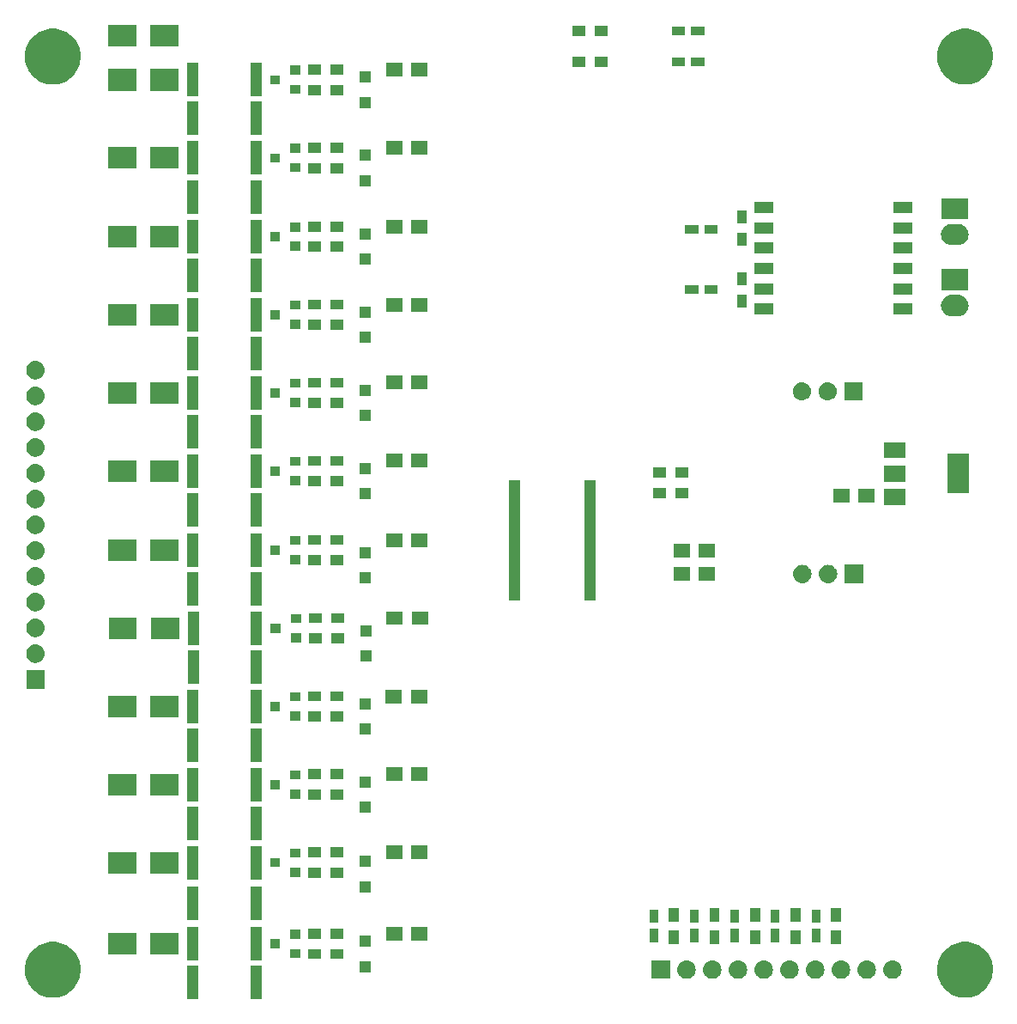
<source format=gbr>
G04 #@! TF.GenerationSoftware,KiCad,Pcbnew,5.1.0-rc2-unknown-d2d2101~82~ubuntu18.10.1*
G04 #@! TF.CreationDate,2019-03-08T15:06:41-05:00*
G04 #@! TF.ProjectId,LTC6811,4c544336-3831-4312-9e6b-696361645f70,rev?*
G04 #@! TF.SameCoordinates,Original*
G04 #@! TF.FileFunction,Soldermask,Top*
G04 #@! TF.FilePolarity,Negative*
%FSLAX46Y46*%
G04 Gerber Fmt 4.6, Leading zero omitted, Abs format (unit mm)*
G04 Created by KiCad (PCBNEW 5.1.0-rc2-unknown-d2d2101~82~ubuntu18.10.1) date 2019-03-08 15:06:41*
%MOMM*%
%LPD*%
G04 APERTURE LIST*
%ADD10C,0.100000*%
G04 APERTURE END LIST*
D10*
G36*
X25601000Y-97901000D02*
G01*
X24499000Y-97901000D01*
X24499000Y-94599000D01*
X25601000Y-94599000D01*
X25601000Y-97901000D01*
X25601000Y-97901000D01*
G37*
G36*
X19401000Y-97901000D02*
G01*
X18299000Y-97901000D01*
X18299000Y-94599000D01*
X19401000Y-94599000D01*
X19401000Y-97901000D01*
X19401000Y-97901000D01*
G37*
G36*
X95536693Y-92301859D02*
G01*
X95802437Y-92354719D01*
X96303087Y-92562095D01*
X96483561Y-92682684D01*
X96753660Y-92863158D01*
X97136842Y-93246340D01*
X97317022Y-93516000D01*
X97437905Y-93696913D01*
X97645281Y-94197563D01*
X97655159Y-94247222D01*
X97751000Y-94729049D01*
X97751000Y-95270951D01*
X97715186Y-95451000D01*
X97645281Y-95802437D01*
X97437905Y-96303087D01*
X97381521Y-96387471D01*
X97136842Y-96753660D01*
X96753660Y-97136842D01*
X96490774Y-97312496D01*
X96303087Y-97437905D01*
X95802437Y-97645281D01*
X95536693Y-97698141D01*
X95270951Y-97751000D01*
X94729049Y-97751000D01*
X94463306Y-97698140D01*
X94197563Y-97645281D01*
X93696913Y-97437905D01*
X93509226Y-97312496D01*
X93246340Y-97136842D01*
X92863158Y-96753660D01*
X92618479Y-96387471D01*
X92562095Y-96303087D01*
X92354719Y-95802437D01*
X92284814Y-95451000D01*
X92249000Y-95270951D01*
X92249000Y-94729049D01*
X92344841Y-94247222D01*
X92354719Y-94197563D01*
X92562095Y-93696913D01*
X92682978Y-93516000D01*
X92863158Y-93246340D01*
X93246340Y-92863158D01*
X93516439Y-92682684D01*
X93696913Y-92562095D01*
X94197563Y-92354719D01*
X94463307Y-92301859D01*
X94729049Y-92249000D01*
X95270951Y-92249000D01*
X95536693Y-92301859D01*
X95536693Y-92301859D01*
G37*
G36*
X5536693Y-92301859D02*
G01*
X5802437Y-92354719D01*
X6303087Y-92562095D01*
X6483561Y-92682684D01*
X6753660Y-92863158D01*
X7136842Y-93246340D01*
X7317022Y-93516000D01*
X7437905Y-93696913D01*
X7645281Y-94197563D01*
X7655159Y-94247222D01*
X7751000Y-94729049D01*
X7751000Y-95270951D01*
X7715186Y-95451000D01*
X7645281Y-95802437D01*
X7437905Y-96303087D01*
X7381521Y-96387471D01*
X7136842Y-96753660D01*
X6753660Y-97136842D01*
X6490774Y-97312496D01*
X6303087Y-97437905D01*
X5802437Y-97645281D01*
X5536694Y-97698140D01*
X5270951Y-97751000D01*
X4729049Y-97751000D01*
X4463306Y-97698140D01*
X4197563Y-97645281D01*
X3696913Y-97437905D01*
X3509226Y-97312496D01*
X3246340Y-97136842D01*
X2863158Y-96753660D01*
X2618479Y-96387471D01*
X2562095Y-96303087D01*
X2354719Y-95802437D01*
X2284814Y-95451000D01*
X2249000Y-95270951D01*
X2249000Y-94729049D01*
X2344841Y-94247222D01*
X2354719Y-94197563D01*
X2562095Y-93696913D01*
X2682978Y-93516000D01*
X2863158Y-93246340D01*
X3246340Y-92863158D01*
X3516439Y-92682684D01*
X3696913Y-92562095D01*
X4197563Y-92354719D01*
X4463307Y-92301859D01*
X4729049Y-92249000D01*
X5270951Y-92249000D01*
X5536693Y-92301859D01*
X5536693Y-92301859D01*
G37*
G36*
X85430443Y-94105519D02*
G01*
X85496627Y-94112037D01*
X85666466Y-94163557D01*
X85822991Y-94247222D01*
X85858729Y-94276552D01*
X85960186Y-94359814D01*
X86043448Y-94461271D01*
X86072778Y-94497009D01*
X86156443Y-94653534D01*
X86207963Y-94823373D01*
X86225359Y-95000000D01*
X86207963Y-95176627D01*
X86156443Y-95346466D01*
X86072778Y-95502991D01*
X86043448Y-95538729D01*
X85960186Y-95640186D01*
X85858729Y-95723448D01*
X85822991Y-95752778D01*
X85666466Y-95836443D01*
X85496627Y-95887963D01*
X85430443Y-95894481D01*
X85364260Y-95901000D01*
X85275740Y-95901000D01*
X85209557Y-95894481D01*
X85143373Y-95887963D01*
X84973534Y-95836443D01*
X84817009Y-95752778D01*
X84781271Y-95723448D01*
X84679814Y-95640186D01*
X84596552Y-95538729D01*
X84567222Y-95502991D01*
X84483557Y-95346466D01*
X84432037Y-95176627D01*
X84414641Y-95000000D01*
X84432037Y-94823373D01*
X84483557Y-94653534D01*
X84567222Y-94497009D01*
X84596552Y-94461271D01*
X84679814Y-94359814D01*
X84781271Y-94276552D01*
X84817009Y-94247222D01*
X84973534Y-94163557D01*
X85143373Y-94112037D01*
X85209557Y-94105519D01*
X85275740Y-94099000D01*
X85364260Y-94099000D01*
X85430443Y-94105519D01*
X85430443Y-94105519D01*
G37*
G36*
X82890443Y-94105519D02*
G01*
X82956627Y-94112037D01*
X83126466Y-94163557D01*
X83282991Y-94247222D01*
X83318729Y-94276552D01*
X83420186Y-94359814D01*
X83503448Y-94461271D01*
X83532778Y-94497009D01*
X83616443Y-94653534D01*
X83667963Y-94823373D01*
X83685359Y-95000000D01*
X83667963Y-95176627D01*
X83616443Y-95346466D01*
X83532778Y-95502991D01*
X83503448Y-95538729D01*
X83420186Y-95640186D01*
X83318729Y-95723448D01*
X83282991Y-95752778D01*
X83126466Y-95836443D01*
X82956627Y-95887963D01*
X82890443Y-95894481D01*
X82824260Y-95901000D01*
X82735740Y-95901000D01*
X82669557Y-95894481D01*
X82603373Y-95887963D01*
X82433534Y-95836443D01*
X82277009Y-95752778D01*
X82241271Y-95723448D01*
X82139814Y-95640186D01*
X82056552Y-95538729D01*
X82027222Y-95502991D01*
X81943557Y-95346466D01*
X81892037Y-95176627D01*
X81874641Y-95000000D01*
X81892037Y-94823373D01*
X81943557Y-94653534D01*
X82027222Y-94497009D01*
X82056552Y-94461271D01*
X82139814Y-94359814D01*
X82241271Y-94276552D01*
X82277009Y-94247222D01*
X82433534Y-94163557D01*
X82603373Y-94112037D01*
X82669557Y-94105519D01*
X82735740Y-94099000D01*
X82824260Y-94099000D01*
X82890443Y-94105519D01*
X82890443Y-94105519D01*
G37*
G36*
X65901000Y-95901000D02*
G01*
X64099000Y-95901000D01*
X64099000Y-94099000D01*
X65901000Y-94099000D01*
X65901000Y-95901000D01*
X65901000Y-95901000D01*
G37*
G36*
X67650443Y-94105519D02*
G01*
X67716627Y-94112037D01*
X67886466Y-94163557D01*
X68042991Y-94247222D01*
X68078729Y-94276552D01*
X68180186Y-94359814D01*
X68263448Y-94461271D01*
X68292778Y-94497009D01*
X68376443Y-94653534D01*
X68427963Y-94823373D01*
X68445359Y-95000000D01*
X68427963Y-95176627D01*
X68376443Y-95346466D01*
X68292778Y-95502991D01*
X68263448Y-95538729D01*
X68180186Y-95640186D01*
X68078729Y-95723448D01*
X68042991Y-95752778D01*
X67886466Y-95836443D01*
X67716627Y-95887963D01*
X67650443Y-95894481D01*
X67584260Y-95901000D01*
X67495740Y-95901000D01*
X67429557Y-95894481D01*
X67363373Y-95887963D01*
X67193534Y-95836443D01*
X67037009Y-95752778D01*
X67001271Y-95723448D01*
X66899814Y-95640186D01*
X66816552Y-95538729D01*
X66787222Y-95502991D01*
X66703557Y-95346466D01*
X66652037Y-95176627D01*
X66634641Y-95000000D01*
X66652037Y-94823373D01*
X66703557Y-94653534D01*
X66787222Y-94497009D01*
X66816552Y-94461271D01*
X66899814Y-94359814D01*
X67001271Y-94276552D01*
X67037009Y-94247222D01*
X67193534Y-94163557D01*
X67363373Y-94112037D01*
X67429557Y-94105519D01*
X67495740Y-94099000D01*
X67584260Y-94099000D01*
X67650443Y-94105519D01*
X67650443Y-94105519D01*
G37*
G36*
X70190443Y-94105519D02*
G01*
X70256627Y-94112037D01*
X70426466Y-94163557D01*
X70582991Y-94247222D01*
X70618729Y-94276552D01*
X70720186Y-94359814D01*
X70803448Y-94461271D01*
X70832778Y-94497009D01*
X70916443Y-94653534D01*
X70967963Y-94823373D01*
X70985359Y-95000000D01*
X70967963Y-95176627D01*
X70916443Y-95346466D01*
X70832778Y-95502991D01*
X70803448Y-95538729D01*
X70720186Y-95640186D01*
X70618729Y-95723448D01*
X70582991Y-95752778D01*
X70426466Y-95836443D01*
X70256627Y-95887963D01*
X70190443Y-95894481D01*
X70124260Y-95901000D01*
X70035740Y-95901000D01*
X69969557Y-95894481D01*
X69903373Y-95887963D01*
X69733534Y-95836443D01*
X69577009Y-95752778D01*
X69541271Y-95723448D01*
X69439814Y-95640186D01*
X69356552Y-95538729D01*
X69327222Y-95502991D01*
X69243557Y-95346466D01*
X69192037Y-95176627D01*
X69174641Y-95000000D01*
X69192037Y-94823373D01*
X69243557Y-94653534D01*
X69327222Y-94497009D01*
X69356552Y-94461271D01*
X69439814Y-94359814D01*
X69541271Y-94276552D01*
X69577009Y-94247222D01*
X69733534Y-94163557D01*
X69903373Y-94112037D01*
X69969557Y-94105519D01*
X70035740Y-94099000D01*
X70124260Y-94099000D01*
X70190443Y-94105519D01*
X70190443Y-94105519D01*
G37*
G36*
X72730443Y-94105519D02*
G01*
X72796627Y-94112037D01*
X72966466Y-94163557D01*
X73122991Y-94247222D01*
X73158729Y-94276552D01*
X73260186Y-94359814D01*
X73343448Y-94461271D01*
X73372778Y-94497009D01*
X73456443Y-94653534D01*
X73507963Y-94823373D01*
X73525359Y-95000000D01*
X73507963Y-95176627D01*
X73456443Y-95346466D01*
X73372778Y-95502991D01*
X73343448Y-95538729D01*
X73260186Y-95640186D01*
X73158729Y-95723448D01*
X73122991Y-95752778D01*
X72966466Y-95836443D01*
X72796627Y-95887963D01*
X72730443Y-95894481D01*
X72664260Y-95901000D01*
X72575740Y-95901000D01*
X72509557Y-95894481D01*
X72443373Y-95887963D01*
X72273534Y-95836443D01*
X72117009Y-95752778D01*
X72081271Y-95723448D01*
X71979814Y-95640186D01*
X71896552Y-95538729D01*
X71867222Y-95502991D01*
X71783557Y-95346466D01*
X71732037Y-95176627D01*
X71714641Y-95000000D01*
X71732037Y-94823373D01*
X71783557Y-94653534D01*
X71867222Y-94497009D01*
X71896552Y-94461271D01*
X71979814Y-94359814D01*
X72081271Y-94276552D01*
X72117009Y-94247222D01*
X72273534Y-94163557D01*
X72443373Y-94112037D01*
X72509557Y-94105519D01*
X72575740Y-94099000D01*
X72664260Y-94099000D01*
X72730443Y-94105519D01*
X72730443Y-94105519D01*
G37*
G36*
X77810443Y-94105519D02*
G01*
X77876627Y-94112037D01*
X78046466Y-94163557D01*
X78202991Y-94247222D01*
X78238729Y-94276552D01*
X78340186Y-94359814D01*
X78423448Y-94461271D01*
X78452778Y-94497009D01*
X78536443Y-94653534D01*
X78587963Y-94823373D01*
X78605359Y-95000000D01*
X78587963Y-95176627D01*
X78536443Y-95346466D01*
X78452778Y-95502991D01*
X78423448Y-95538729D01*
X78340186Y-95640186D01*
X78238729Y-95723448D01*
X78202991Y-95752778D01*
X78046466Y-95836443D01*
X77876627Y-95887963D01*
X77810443Y-95894481D01*
X77744260Y-95901000D01*
X77655740Y-95901000D01*
X77589557Y-95894481D01*
X77523373Y-95887963D01*
X77353534Y-95836443D01*
X77197009Y-95752778D01*
X77161271Y-95723448D01*
X77059814Y-95640186D01*
X76976552Y-95538729D01*
X76947222Y-95502991D01*
X76863557Y-95346466D01*
X76812037Y-95176627D01*
X76794641Y-95000000D01*
X76812037Y-94823373D01*
X76863557Y-94653534D01*
X76947222Y-94497009D01*
X76976552Y-94461271D01*
X77059814Y-94359814D01*
X77161271Y-94276552D01*
X77197009Y-94247222D01*
X77353534Y-94163557D01*
X77523373Y-94112037D01*
X77589557Y-94105519D01*
X77655740Y-94099000D01*
X77744260Y-94099000D01*
X77810443Y-94105519D01*
X77810443Y-94105519D01*
G37*
G36*
X75270443Y-94105519D02*
G01*
X75336627Y-94112037D01*
X75506466Y-94163557D01*
X75662991Y-94247222D01*
X75698729Y-94276552D01*
X75800186Y-94359814D01*
X75883448Y-94461271D01*
X75912778Y-94497009D01*
X75996443Y-94653534D01*
X76047963Y-94823373D01*
X76065359Y-95000000D01*
X76047963Y-95176627D01*
X75996443Y-95346466D01*
X75912778Y-95502991D01*
X75883448Y-95538729D01*
X75800186Y-95640186D01*
X75698729Y-95723448D01*
X75662991Y-95752778D01*
X75506466Y-95836443D01*
X75336627Y-95887963D01*
X75270443Y-95894481D01*
X75204260Y-95901000D01*
X75115740Y-95901000D01*
X75049557Y-95894481D01*
X74983373Y-95887963D01*
X74813534Y-95836443D01*
X74657009Y-95752778D01*
X74621271Y-95723448D01*
X74519814Y-95640186D01*
X74436552Y-95538729D01*
X74407222Y-95502991D01*
X74323557Y-95346466D01*
X74272037Y-95176627D01*
X74254641Y-95000000D01*
X74272037Y-94823373D01*
X74323557Y-94653534D01*
X74407222Y-94497009D01*
X74436552Y-94461271D01*
X74519814Y-94359814D01*
X74621271Y-94276552D01*
X74657009Y-94247222D01*
X74813534Y-94163557D01*
X74983373Y-94112037D01*
X75049557Y-94105519D01*
X75115740Y-94099000D01*
X75204260Y-94099000D01*
X75270443Y-94105519D01*
X75270443Y-94105519D01*
G37*
G36*
X87970443Y-94105519D02*
G01*
X88036627Y-94112037D01*
X88206466Y-94163557D01*
X88362991Y-94247222D01*
X88398729Y-94276552D01*
X88500186Y-94359814D01*
X88583448Y-94461271D01*
X88612778Y-94497009D01*
X88696443Y-94653534D01*
X88747963Y-94823373D01*
X88765359Y-95000000D01*
X88747963Y-95176627D01*
X88696443Y-95346466D01*
X88612778Y-95502991D01*
X88583448Y-95538729D01*
X88500186Y-95640186D01*
X88398729Y-95723448D01*
X88362991Y-95752778D01*
X88206466Y-95836443D01*
X88036627Y-95887963D01*
X87970443Y-95894481D01*
X87904260Y-95901000D01*
X87815740Y-95901000D01*
X87749557Y-95894481D01*
X87683373Y-95887963D01*
X87513534Y-95836443D01*
X87357009Y-95752778D01*
X87321271Y-95723448D01*
X87219814Y-95640186D01*
X87136552Y-95538729D01*
X87107222Y-95502991D01*
X87023557Y-95346466D01*
X86972037Y-95176627D01*
X86954641Y-95000000D01*
X86972037Y-94823373D01*
X87023557Y-94653534D01*
X87107222Y-94497009D01*
X87136552Y-94461271D01*
X87219814Y-94359814D01*
X87321271Y-94276552D01*
X87357009Y-94247222D01*
X87513534Y-94163557D01*
X87683373Y-94112037D01*
X87749557Y-94105519D01*
X87815740Y-94099000D01*
X87904260Y-94099000D01*
X87970443Y-94105519D01*
X87970443Y-94105519D01*
G37*
G36*
X80350443Y-94105519D02*
G01*
X80416627Y-94112037D01*
X80586466Y-94163557D01*
X80742991Y-94247222D01*
X80778729Y-94276552D01*
X80880186Y-94359814D01*
X80963448Y-94461271D01*
X80992778Y-94497009D01*
X81076443Y-94653534D01*
X81127963Y-94823373D01*
X81145359Y-95000000D01*
X81127963Y-95176627D01*
X81076443Y-95346466D01*
X80992778Y-95502991D01*
X80963448Y-95538729D01*
X80880186Y-95640186D01*
X80778729Y-95723448D01*
X80742991Y-95752778D01*
X80586466Y-95836443D01*
X80416627Y-95887963D01*
X80350443Y-95894481D01*
X80284260Y-95901000D01*
X80195740Y-95901000D01*
X80129557Y-95894481D01*
X80063373Y-95887963D01*
X79893534Y-95836443D01*
X79737009Y-95752778D01*
X79701271Y-95723448D01*
X79599814Y-95640186D01*
X79516552Y-95538729D01*
X79487222Y-95502991D01*
X79403557Y-95346466D01*
X79352037Y-95176627D01*
X79334641Y-95000000D01*
X79352037Y-94823373D01*
X79403557Y-94653534D01*
X79487222Y-94497009D01*
X79516552Y-94461271D01*
X79599814Y-94359814D01*
X79701271Y-94276552D01*
X79737009Y-94247222D01*
X79893534Y-94163557D01*
X80063373Y-94112037D01*
X80129557Y-94105519D01*
X80195740Y-94099000D01*
X80284260Y-94099000D01*
X80350443Y-94105519D01*
X80350443Y-94105519D01*
G37*
G36*
X36401000Y-95251000D02*
G01*
X35299000Y-95251000D01*
X35299000Y-94149000D01*
X36401000Y-94149000D01*
X36401000Y-95251000D01*
X36401000Y-95251000D01*
G37*
G36*
X25601000Y-94101000D02*
G01*
X24499000Y-94101000D01*
X24499000Y-90799000D01*
X25601000Y-90799000D01*
X25601000Y-94101000D01*
X25601000Y-94101000D01*
G37*
G36*
X19401000Y-94101000D02*
G01*
X18299000Y-94101000D01*
X18299000Y-90799000D01*
X19401000Y-90799000D01*
X19401000Y-94101000D01*
X19401000Y-94101000D01*
G37*
G36*
X31501000Y-93951000D02*
G01*
X30199000Y-93951000D01*
X30199000Y-92949000D01*
X31501000Y-92949000D01*
X31501000Y-93951000D01*
X31501000Y-93951000D01*
G37*
G36*
X33701000Y-93951000D02*
G01*
X32399000Y-93951000D01*
X32399000Y-92949000D01*
X33701000Y-92949000D01*
X33701000Y-93951000D01*
X33701000Y-93951000D01*
G37*
G36*
X29451000Y-93851000D02*
G01*
X28449000Y-93851000D01*
X28449000Y-92949000D01*
X29451000Y-92949000D01*
X29451000Y-93851000D01*
X29451000Y-93851000D01*
G37*
G36*
X17416000Y-93516000D02*
G01*
X14664000Y-93516000D01*
X14664000Y-91384000D01*
X17416000Y-91384000D01*
X17416000Y-93516000D01*
X17416000Y-93516000D01*
G37*
G36*
X13236000Y-93516000D02*
G01*
X10484000Y-93516000D01*
X10484000Y-91384000D01*
X13236000Y-91384000D01*
X13236000Y-93516000D01*
X13236000Y-93516000D01*
G37*
G36*
X27451000Y-92901000D02*
G01*
X26449000Y-92901000D01*
X26449000Y-91999000D01*
X27451000Y-91999000D01*
X27451000Y-92901000D01*
X27451000Y-92901000D01*
G37*
G36*
X36401000Y-92751000D02*
G01*
X35299000Y-92751000D01*
X35299000Y-91649000D01*
X36401000Y-91649000D01*
X36401000Y-92751000D01*
X36401000Y-92751000D01*
G37*
G36*
X66801000Y-92451000D02*
G01*
X65799000Y-92451000D01*
X65799000Y-91149000D01*
X66801000Y-91149000D01*
X66801000Y-92451000D01*
X66801000Y-92451000D01*
G37*
G36*
X70801000Y-92451000D02*
G01*
X69799000Y-92451000D01*
X69799000Y-91149000D01*
X70801000Y-91149000D01*
X70801000Y-92451000D01*
X70801000Y-92451000D01*
G37*
G36*
X78801000Y-92451000D02*
G01*
X77799000Y-92451000D01*
X77799000Y-91149000D01*
X78801000Y-91149000D01*
X78801000Y-92451000D01*
X78801000Y-92451000D01*
G37*
G36*
X74801000Y-92451000D02*
G01*
X73799000Y-92451000D01*
X73799000Y-91149000D01*
X74801000Y-91149000D01*
X74801000Y-92451000D01*
X74801000Y-92451000D01*
G37*
G36*
X82801000Y-92451000D02*
G01*
X81799000Y-92451000D01*
X81799000Y-91149000D01*
X82801000Y-91149000D01*
X82801000Y-92451000D01*
X82801000Y-92451000D01*
G37*
G36*
X64726000Y-92301000D02*
G01*
X63874000Y-92301000D01*
X63874000Y-90999000D01*
X64726000Y-90999000D01*
X64726000Y-92301000D01*
X64726000Y-92301000D01*
G37*
G36*
X68726000Y-92301000D02*
G01*
X67874000Y-92301000D01*
X67874000Y-90999000D01*
X68726000Y-90999000D01*
X68726000Y-92301000D01*
X68726000Y-92301000D01*
G37*
G36*
X80726000Y-92301000D02*
G01*
X79874000Y-92301000D01*
X79874000Y-90999000D01*
X80726000Y-90999000D01*
X80726000Y-92301000D01*
X80726000Y-92301000D01*
G37*
G36*
X76726000Y-92301000D02*
G01*
X75874000Y-92301000D01*
X75874000Y-90999000D01*
X76726000Y-90999000D01*
X76726000Y-92301000D01*
X76726000Y-92301000D01*
G37*
G36*
X72726000Y-92301000D02*
G01*
X71874000Y-92301000D01*
X71874000Y-90999000D01*
X72726000Y-90999000D01*
X72726000Y-92301000D01*
X72726000Y-92301000D01*
G37*
G36*
X39501000Y-92126000D02*
G01*
X37899000Y-92126000D01*
X37899000Y-90774000D01*
X39501000Y-90774000D01*
X39501000Y-92126000D01*
X39501000Y-92126000D01*
G37*
G36*
X42001000Y-92126000D02*
G01*
X40399000Y-92126000D01*
X40399000Y-90774000D01*
X42001000Y-90774000D01*
X42001000Y-92126000D01*
X42001000Y-92126000D01*
G37*
G36*
X31501000Y-91951000D02*
G01*
X30199000Y-91951000D01*
X30199000Y-90949000D01*
X31501000Y-90949000D01*
X31501000Y-91951000D01*
X31501000Y-91951000D01*
G37*
G36*
X29451000Y-91951000D02*
G01*
X28449000Y-91951000D01*
X28449000Y-91049000D01*
X29451000Y-91049000D01*
X29451000Y-91951000D01*
X29451000Y-91951000D01*
G37*
G36*
X33701000Y-91951000D02*
G01*
X32399000Y-91951000D01*
X32399000Y-90949000D01*
X33701000Y-90949000D01*
X33701000Y-91951000D01*
X33701000Y-91951000D01*
G37*
G36*
X68726000Y-90401000D02*
G01*
X67874000Y-90401000D01*
X67874000Y-89099000D01*
X68726000Y-89099000D01*
X68726000Y-90401000D01*
X68726000Y-90401000D01*
G37*
G36*
X72726000Y-90401000D02*
G01*
X71874000Y-90401000D01*
X71874000Y-89099000D01*
X72726000Y-89099000D01*
X72726000Y-90401000D01*
X72726000Y-90401000D01*
G37*
G36*
X80726000Y-90401000D02*
G01*
X79874000Y-90401000D01*
X79874000Y-89099000D01*
X80726000Y-89099000D01*
X80726000Y-90401000D01*
X80726000Y-90401000D01*
G37*
G36*
X64726000Y-90401000D02*
G01*
X63874000Y-90401000D01*
X63874000Y-89099000D01*
X64726000Y-89099000D01*
X64726000Y-90401000D01*
X64726000Y-90401000D01*
G37*
G36*
X76726000Y-90401000D02*
G01*
X75874000Y-90401000D01*
X75874000Y-89099000D01*
X76726000Y-89099000D01*
X76726000Y-90401000D01*
X76726000Y-90401000D01*
G37*
G36*
X78801000Y-90251000D02*
G01*
X77799000Y-90251000D01*
X77799000Y-88949000D01*
X78801000Y-88949000D01*
X78801000Y-90251000D01*
X78801000Y-90251000D01*
G37*
G36*
X74801000Y-90251000D02*
G01*
X73799000Y-90251000D01*
X73799000Y-88949000D01*
X74801000Y-88949000D01*
X74801000Y-90251000D01*
X74801000Y-90251000D01*
G37*
G36*
X70801000Y-90251000D02*
G01*
X69799000Y-90251000D01*
X69799000Y-88949000D01*
X70801000Y-88949000D01*
X70801000Y-90251000D01*
X70801000Y-90251000D01*
G37*
G36*
X66801000Y-90251000D02*
G01*
X65799000Y-90251000D01*
X65799000Y-88949000D01*
X66801000Y-88949000D01*
X66801000Y-90251000D01*
X66801000Y-90251000D01*
G37*
G36*
X82801000Y-90251000D02*
G01*
X81799000Y-90251000D01*
X81799000Y-88949000D01*
X82801000Y-88949000D01*
X82801000Y-90251000D01*
X82801000Y-90251000D01*
G37*
G36*
X25601000Y-90101000D02*
G01*
X24499000Y-90101000D01*
X24499000Y-86799000D01*
X25601000Y-86799000D01*
X25601000Y-90101000D01*
X25601000Y-90101000D01*
G37*
G36*
X19401000Y-90101000D02*
G01*
X18299000Y-90101000D01*
X18299000Y-86799000D01*
X19401000Y-86799000D01*
X19401000Y-90101000D01*
X19401000Y-90101000D01*
G37*
G36*
X36401000Y-87401000D02*
G01*
X35299000Y-87401000D01*
X35299000Y-86299000D01*
X36401000Y-86299000D01*
X36401000Y-87401000D01*
X36401000Y-87401000D01*
G37*
G36*
X19401000Y-86101000D02*
G01*
X18299000Y-86101000D01*
X18299000Y-82799000D01*
X19401000Y-82799000D01*
X19401000Y-86101000D01*
X19401000Y-86101000D01*
G37*
G36*
X25601000Y-86101000D02*
G01*
X24499000Y-86101000D01*
X24499000Y-82799000D01*
X25601000Y-82799000D01*
X25601000Y-86101000D01*
X25601000Y-86101000D01*
G37*
G36*
X31501000Y-85951000D02*
G01*
X30199000Y-85951000D01*
X30199000Y-84949000D01*
X31501000Y-84949000D01*
X31501000Y-85951000D01*
X31501000Y-85951000D01*
G37*
G36*
X33701000Y-85951000D02*
G01*
X32399000Y-85951000D01*
X32399000Y-84949000D01*
X33701000Y-84949000D01*
X33701000Y-85951000D01*
X33701000Y-85951000D01*
G37*
G36*
X29451000Y-85851000D02*
G01*
X28449000Y-85851000D01*
X28449000Y-84949000D01*
X29451000Y-84949000D01*
X29451000Y-85851000D01*
X29451000Y-85851000D01*
G37*
G36*
X17416000Y-85516000D02*
G01*
X14664000Y-85516000D01*
X14664000Y-83384000D01*
X17416000Y-83384000D01*
X17416000Y-85516000D01*
X17416000Y-85516000D01*
G37*
G36*
X13236000Y-85516000D02*
G01*
X10484000Y-85516000D01*
X10484000Y-83384000D01*
X13236000Y-83384000D01*
X13236000Y-85516000D01*
X13236000Y-85516000D01*
G37*
G36*
X27451000Y-84901000D02*
G01*
X26449000Y-84901000D01*
X26449000Y-83999000D01*
X27451000Y-83999000D01*
X27451000Y-84901000D01*
X27451000Y-84901000D01*
G37*
G36*
X36401000Y-84901000D02*
G01*
X35299000Y-84901000D01*
X35299000Y-83799000D01*
X36401000Y-83799000D01*
X36401000Y-84901000D01*
X36401000Y-84901000D01*
G37*
G36*
X39501000Y-84126000D02*
G01*
X37899000Y-84126000D01*
X37899000Y-82774000D01*
X39501000Y-82774000D01*
X39501000Y-84126000D01*
X39501000Y-84126000D01*
G37*
G36*
X42001000Y-84126000D02*
G01*
X40399000Y-84126000D01*
X40399000Y-82774000D01*
X42001000Y-82774000D01*
X42001000Y-84126000D01*
X42001000Y-84126000D01*
G37*
G36*
X29451000Y-83951000D02*
G01*
X28449000Y-83951000D01*
X28449000Y-83049000D01*
X29451000Y-83049000D01*
X29451000Y-83951000D01*
X29451000Y-83951000D01*
G37*
G36*
X33701000Y-83951000D02*
G01*
X32399000Y-83951000D01*
X32399000Y-82949000D01*
X33701000Y-82949000D01*
X33701000Y-83951000D01*
X33701000Y-83951000D01*
G37*
G36*
X31501000Y-83951000D02*
G01*
X30199000Y-83951000D01*
X30199000Y-82949000D01*
X31501000Y-82949000D01*
X31501000Y-83951000D01*
X31501000Y-83951000D01*
G37*
G36*
X19401000Y-82201000D02*
G01*
X18299000Y-82201000D01*
X18299000Y-78899000D01*
X19401000Y-78899000D01*
X19401000Y-82201000D01*
X19401000Y-82201000D01*
G37*
G36*
X25601000Y-82201000D02*
G01*
X24499000Y-82201000D01*
X24499000Y-78899000D01*
X25601000Y-78899000D01*
X25601000Y-82201000D01*
X25601000Y-82201000D01*
G37*
G36*
X36401000Y-79551000D02*
G01*
X35299000Y-79551000D01*
X35299000Y-78449000D01*
X36401000Y-78449000D01*
X36401000Y-79551000D01*
X36401000Y-79551000D01*
G37*
G36*
X19401000Y-78401000D02*
G01*
X18299000Y-78401000D01*
X18299000Y-75099000D01*
X19401000Y-75099000D01*
X19401000Y-78401000D01*
X19401000Y-78401000D01*
G37*
G36*
X25601000Y-78401000D02*
G01*
X24499000Y-78401000D01*
X24499000Y-75099000D01*
X25601000Y-75099000D01*
X25601000Y-78401000D01*
X25601000Y-78401000D01*
G37*
G36*
X31501000Y-78251000D02*
G01*
X30199000Y-78251000D01*
X30199000Y-77249000D01*
X31501000Y-77249000D01*
X31501000Y-78251000D01*
X31501000Y-78251000D01*
G37*
G36*
X33701000Y-78251000D02*
G01*
X32399000Y-78251000D01*
X32399000Y-77249000D01*
X33701000Y-77249000D01*
X33701000Y-78251000D01*
X33701000Y-78251000D01*
G37*
G36*
X29451000Y-78151000D02*
G01*
X28449000Y-78151000D01*
X28449000Y-77249000D01*
X29451000Y-77249000D01*
X29451000Y-78151000D01*
X29451000Y-78151000D01*
G37*
G36*
X17416000Y-77816000D02*
G01*
X14664000Y-77816000D01*
X14664000Y-75684000D01*
X17416000Y-75684000D01*
X17416000Y-77816000D01*
X17416000Y-77816000D01*
G37*
G36*
X13236000Y-77816000D02*
G01*
X10484000Y-77816000D01*
X10484000Y-75684000D01*
X13236000Y-75684000D01*
X13236000Y-77816000D01*
X13236000Y-77816000D01*
G37*
G36*
X27451000Y-77201000D02*
G01*
X26449000Y-77201000D01*
X26449000Y-76299000D01*
X27451000Y-76299000D01*
X27451000Y-77201000D01*
X27451000Y-77201000D01*
G37*
G36*
X36401000Y-77051000D02*
G01*
X35299000Y-77051000D01*
X35299000Y-75949000D01*
X36401000Y-75949000D01*
X36401000Y-77051000D01*
X36401000Y-77051000D01*
G37*
G36*
X39501000Y-76426000D02*
G01*
X37899000Y-76426000D01*
X37899000Y-75074000D01*
X39501000Y-75074000D01*
X39501000Y-76426000D01*
X39501000Y-76426000D01*
G37*
G36*
X42001000Y-76426000D02*
G01*
X40399000Y-76426000D01*
X40399000Y-75074000D01*
X42001000Y-75074000D01*
X42001000Y-76426000D01*
X42001000Y-76426000D01*
G37*
G36*
X29451000Y-76251000D02*
G01*
X28449000Y-76251000D01*
X28449000Y-75349000D01*
X29451000Y-75349000D01*
X29451000Y-76251000D01*
X29451000Y-76251000D01*
G37*
G36*
X33701000Y-76251000D02*
G01*
X32399000Y-76251000D01*
X32399000Y-75249000D01*
X33701000Y-75249000D01*
X33701000Y-76251000D01*
X33701000Y-76251000D01*
G37*
G36*
X31501000Y-76251000D02*
G01*
X30199000Y-76251000D01*
X30199000Y-75249000D01*
X31501000Y-75249000D01*
X31501000Y-76251000D01*
X31501000Y-76251000D01*
G37*
G36*
X25601000Y-74501000D02*
G01*
X24499000Y-74501000D01*
X24499000Y-71199000D01*
X25601000Y-71199000D01*
X25601000Y-74501000D01*
X25601000Y-74501000D01*
G37*
G36*
X19401000Y-74501000D02*
G01*
X18299000Y-74501000D01*
X18299000Y-71199000D01*
X19401000Y-71199000D01*
X19401000Y-74501000D01*
X19401000Y-74501000D01*
G37*
G36*
X36401000Y-71851000D02*
G01*
X35299000Y-71851000D01*
X35299000Y-70749000D01*
X36401000Y-70749000D01*
X36401000Y-71851000D01*
X36401000Y-71851000D01*
G37*
G36*
X25601000Y-70701000D02*
G01*
X24499000Y-70701000D01*
X24499000Y-67399000D01*
X25601000Y-67399000D01*
X25601000Y-70701000D01*
X25601000Y-70701000D01*
G37*
G36*
X19401000Y-70701000D02*
G01*
X18299000Y-70701000D01*
X18299000Y-67399000D01*
X19401000Y-67399000D01*
X19401000Y-70701000D01*
X19401000Y-70701000D01*
G37*
G36*
X31501000Y-70551000D02*
G01*
X30199000Y-70551000D01*
X30199000Y-69549000D01*
X31501000Y-69549000D01*
X31501000Y-70551000D01*
X31501000Y-70551000D01*
G37*
G36*
X33701000Y-70551000D02*
G01*
X32399000Y-70551000D01*
X32399000Y-69549000D01*
X33701000Y-69549000D01*
X33701000Y-70551000D01*
X33701000Y-70551000D01*
G37*
G36*
X29451000Y-70451000D02*
G01*
X28449000Y-70451000D01*
X28449000Y-69549000D01*
X29451000Y-69549000D01*
X29451000Y-70451000D01*
X29451000Y-70451000D01*
G37*
G36*
X13236000Y-70116000D02*
G01*
X10484000Y-70116000D01*
X10484000Y-67984000D01*
X13236000Y-67984000D01*
X13236000Y-70116000D01*
X13236000Y-70116000D01*
G37*
G36*
X17416000Y-70116000D02*
G01*
X14664000Y-70116000D01*
X14664000Y-67984000D01*
X17416000Y-67984000D01*
X17416000Y-70116000D01*
X17416000Y-70116000D01*
G37*
G36*
X27451000Y-69501000D02*
G01*
X26449000Y-69501000D01*
X26449000Y-68599000D01*
X27451000Y-68599000D01*
X27451000Y-69501000D01*
X27451000Y-69501000D01*
G37*
G36*
X36401000Y-69351000D02*
G01*
X35299000Y-69351000D01*
X35299000Y-68249000D01*
X36401000Y-68249000D01*
X36401000Y-69351000D01*
X36401000Y-69351000D01*
G37*
G36*
X41951000Y-68776000D02*
G01*
X40349000Y-68776000D01*
X40349000Y-67424000D01*
X41951000Y-67424000D01*
X41951000Y-68776000D01*
X41951000Y-68776000D01*
G37*
G36*
X39451000Y-68776000D02*
G01*
X37849000Y-68776000D01*
X37849000Y-67424000D01*
X39451000Y-67424000D01*
X39451000Y-68776000D01*
X39451000Y-68776000D01*
G37*
G36*
X31501000Y-68551000D02*
G01*
X30199000Y-68551000D01*
X30199000Y-67549000D01*
X31501000Y-67549000D01*
X31501000Y-68551000D01*
X31501000Y-68551000D01*
G37*
G36*
X29451000Y-68551000D02*
G01*
X28449000Y-68551000D01*
X28449000Y-67649000D01*
X29451000Y-67649000D01*
X29451000Y-68551000D01*
X29451000Y-68551000D01*
G37*
G36*
X33701000Y-68551000D02*
G01*
X32399000Y-68551000D01*
X32399000Y-67549000D01*
X33701000Y-67549000D01*
X33701000Y-68551000D01*
X33701000Y-68551000D01*
G37*
G36*
X4201000Y-67301000D02*
G01*
X2399000Y-67301000D01*
X2399000Y-65499000D01*
X4201000Y-65499000D01*
X4201000Y-67301000D01*
X4201000Y-67301000D01*
G37*
G36*
X25651000Y-66801000D02*
G01*
X24549000Y-66801000D01*
X24549000Y-63499000D01*
X25651000Y-63499000D01*
X25651000Y-66801000D01*
X25651000Y-66801000D01*
G37*
G36*
X19451000Y-66801000D02*
G01*
X18349000Y-66801000D01*
X18349000Y-63499000D01*
X19451000Y-63499000D01*
X19451000Y-66801000D01*
X19451000Y-66801000D01*
G37*
G36*
X3410442Y-62965518D02*
G01*
X3476627Y-62972037D01*
X3646466Y-63023557D01*
X3802991Y-63107222D01*
X3838729Y-63136552D01*
X3940186Y-63219814D01*
X4023448Y-63321271D01*
X4052778Y-63357009D01*
X4136443Y-63513534D01*
X4187963Y-63683373D01*
X4205359Y-63860000D01*
X4187963Y-64036627D01*
X4136443Y-64206466D01*
X4052778Y-64362991D01*
X4023448Y-64398729D01*
X3940186Y-64500186D01*
X3838729Y-64583448D01*
X3802991Y-64612778D01*
X3646466Y-64696443D01*
X3476627Y-64747963D01*
X3410443Y-64754481D01*
X3344260Y-64761000D01*
X3255740Y-64761000D01*
X3189557Y-64754481D01*
X3123373Y-64747963D01*
X2953534Y-64696443D01*
X2797009Y-64612778D01*
X2761271Y-64583448D01*
X2659814Y-64500186D01*
X2576552Y-64398729D01*
X2547222Y-64362991D01*
X2463557Y-64206466D01*
X2412037Y-64036627D01*
X2394641Y-63860000D01*
X2412037Y-63683373D01*
X2463557Y-63513534D01*
X2547222Y-63357009D01*
X2576552Y-63321271D01*
X2659814Y-63219814D01*
X2761271Y-63136552D01*
X2797009Y-63107222D01*
X2953534Y-63023557D01*
X3123373Y-62972037D01*
X3189558Y-62965518D01*
X3255740Y-62959000D01*
X3344260Y-62959000D01*
X3410442Y-62965518D01*
X3410442Y-62965518D01*
G37*
G36*
X36451000Y-64651000D02*
G01*
X35349000Y-64651000D01*
X35349000Y-63549000D01*
X36451000Y-63549000D01*
X36451000Y-64651000D01*
X36451000Y-64651000D01*
G37*
G36*
X19451000Y-63001000D02*
G01*
X18349000Y-63001000D01*
X18349000Y-59699000D01*
X19451000Y-59699000D01*
X19451000Y-63001000D01*
X19451000Y-63001000D01*
G37*
G36*
X25651000Y-63001000D02*
G01*
X24549000Y-63001000D01*
X24549000Y-59699000D01*
X25651000Y-59699000D01*
X25651000Y-63001000D01*
X25651000Y-63001000D01*
G37*
G36*
X31551000Y-62851000D02*
G01*
X30249000Y-62851000D01*
X30249000Y-61849000D01*
X31551000Y-61849000D01*
X31551000Y-62851000D01*
X31551000Y-62851000D01*
G37*
G36*
X33751000Y-62851000D02*
G01*
X32449000Y-62851000D01*
X32449000Y-61849000D01*
X33751000Y-61849000D01*
X33751000Y-62851000D01*
X33751000Y-62851000D01*
G37*
G36*
X29501000Y-62751000D02*
G01*
X28499000Y-62751000D01*
X28499000Y-61849000D01*
X29501000Y-61849000D01*
X29501000Y-62751000D01*
X29501000Y-62751000D01*
G37*
G36*
X13286000Y-62416000D02*
G01*
X10534000Y-62416000D01*
X10534000Y-60284000D01*
X13286000Y-60284000D01*
X13286000Y-62416000D01*
X13286000Y-62416000D01*
G37*
G36*
X17466000Y-62416000D02*
G01*
X14714000Y-62416000D01*
X14714000Y-60284000D01*
X17466000Y-60284000D01*
X17466000Y-62416000D01*
X17466000Y-62416000D01*
G37*
G36*
X3410443Y-60425519D02*
G01*
X3476627Y-60432037D01*
X3646466Y-60483557D01*
X3802991Y-60567222D01*
X3838729Y-60596552D01*
X3940186Y-60679814D01*
X4023448Y-60781271D01*
X4052778Y-60817009D01*
X4136443Y-60973534D01*
X4187963Y-61143373D01*
X4205359Y-61320000D01*
X4187963Y-61496627D01*
X4136443Y-61666466D01*
X4052778Y-61822991D01*
X4031433Y-61849000D01*
X3940186Y-61960186D01*
X3838729Y-62043448D01*
X3802991Y-62072778D01*
X3646466Y-62156443D01*
X3476627Y-62207963D01*
X3410443Y-62214481D01*
X3344260Y-62221000D01*
X3255740Y-62221000D01*
X3189557Y-62214481D01*
X3123373Y-62207963D01*
X2953534Y-62156443D01*
X2797009Y-62072778D01*
X2761271Y-62043448D01*
X2659814Y-61960186D01*
X2568567Y-61849000D01*
X2547222Y-61822991D01*
X2463557Y-61666466D01*
X2412037Y-61496627D01*
X2394641Y-61320000D01*
X2412037Y-61143373D01*
X2463557Y-60973534D01*
X2547222Y-60817009D01*
X2576552Y-60781271D01*
X2659814Y-60679814D01*
X2761271Y-60596552D01*
X2797009Y-60567222D01*
X2953534Y-60483557D01*
X3123373Y-60432037D01*
X3189557Y-60425519D01*
X3255740Y-60419000D01*
X3344260Y-60419000D01*
X3410443Y-60425519D01*
X3410443Y-60425519D01*
G37*
G36*
X36451000Y-62151000D02*
G01*
X35349000Y-62151000D01*
X35349000Y-61049000D01*
X36451000Y-61049000D01*
X36451000Y-62151000D01*
X36451000Y-62151000D01*
G37*
G36*
X27501000Y-61801000D02*
G01*
X26499000Y-61801000D01*
X26499000Y-60899000D01*
X27501000Y-60899000D01*
X27501000Y-61801000D01*
X27501000Y-61801000D01*
G37*
G36*
X39551000Y-61026000D02*
G01*
X37949000Y-61026000D01*
X37949000Y-59674000D01*
X39551000Y-59674000D01*
X39551000Y-61026000D01*
X39551000Y-61026000D01*
G37*
G36*
X42051000Y-61026000D02*
G01*
X40449000Y-61026000D01*
X40449000Y-59674000D01*
X42051000Y-59674000D01*
X42051000Y-61026000D01*
X42051000Y-61026000D01*
G37*
G36*
X29501000Y-60851000D02*
G01*
X28499000Y-60851000D01*
X28499000Y-59949000D01*
X29501000Y-59949000D01*
X29501000Y-60851000D01*
X29501000Y-60851000D01*
G37*
G36*
X31551000Y-60851000D02*
G01*
X30249000Y-60851000D01*
X30249000Y-59849000D01*
X31551000Y-59849000D01*
X31551000Y-60851000D01*
X31551000Y-60851000D01*
G37*
G36*
X33751000Y-60851000D02*
G01*
X32449000Y-60851000D01*
X32449000Y-59849000D01*
X33751000Y-59849000D01*
X33751000Y-60851000D01*
X33751000Y-60851000D01*
G37*
G36*
X3410443Y-57885519D02*
G01*
X3476627Y-57892037D01*
X3646466Y-57943557D01*
X3802991Y-58027222D01*
X3838729Y-58056552D01*
X3940186Y-58139814D01*
X4023448Y-58241271D01*
X4052778Y-58277009D01*
X4136443Y-58433534D01*
X4187963Y-58603373D01*
X4205359Y-58780000D01*
X4187963Y-58956627D01*
X4136443Y-59126466D01*
X4052778Y-59282991D01*
X4023448Y-59318729D01*
X3940186Y-59420186D01*
X3838729Y-59503448D01*
X3802991Y-59532778D01*
X3646466Y-59616443D01*
X3476627Y-59667963D01*
X3415331Y-59674000D01*
X3344260Y-59681000D01*
X3255740Y-59681000D01*
X3184669Y-59674000D01*
X3123373Y-59667963D01*
X2953534Y-59616443D01*
X2797009Y-59532778D01*
X2761271Y-59503448D01*
X2659814Y-59420186D01*
X2576552Y-59318729D01*
X2547222Y-59282991D01*
X2463557Y-59126466D01*
X2412037Y-58956627D01*
X2394641Y-58780000D01*
X2412037Y-58603373D01*
X2463557Y-58433534D01*
X2547222Y-58277009D01*
X2576552Y-58241271D01*
X2659814Y-58139814D01*
X2761271Y-58056552D01*
X2797009Y-58027222D01*
X2953534Y-57943557D01*
X3123373Y-57892037D01*
X3189557Y-57885519D01*
X3255740Y-57879000D01*
X3344260Y-57879000D01*
X3410443Y-57885519D01*
X3410443Y-57885519D01*
G37*
G36*
X25601000Y-59101000D02*
G01*
X24499000Y-59101000D01*
X24499000Y-55799000D01*
X25601000Y-55799000D01*
X25601000Y-59101000D01*
X25601000Y-59101000D01*
G37*
G36*
X19401000Y-59101000D02*
G01*
X18299000Y-59101000D01*
X18299000Y-55799000D01*
X19401000Y-55799000D01*
X19401000Y-59101000D01*
X19401000Y-59101000D01*
G37*
G36*
X51101000Y-58643500D02*
G01*
X49999000Y-58643500D01*
X49999000Y-46756500D01*
X51101000Y-46756500D01*
X51101000Y-58643500D01*
X51101000Y-58643500D01*
G37*
G36*
X58601000Y-58643500D02*
G01*
X57499000Y-58643500D01*
X57499000Y-46756500D01*
X58601000Y-46756500D01*
X58601000Y-58643500D01*
X58601000Y-58643500D01*
G37*
G36*
X3410443Y-55345519D02*
G01*
X3476627Y-55352037D01*
X3646466Y-55403557D01*
X3802991Y-55487222D01*
X3838729Y-55516552D01*
X3940186Y-55599814D01*
X4023448Y-55701271D01*
X4052778Y-55737009D01*
X4136443Y-55893534D01*
X4187963Y-56063373D01*
X4205359Y-56240000D01*
X4187963Y-56416627D01*
X4136443Y-56586466D01*
X4136442Y-56586468D01*
X4107729Y-56640185D01*
X4052778Y-56742991D01*
X4044745Y-56752779D01*
X3940186Y-56880186D01*
X3838729Y-56963448D01*
X3802991Y-56992778D01*
X3646466Y-57076443D01*
X3476627Y-57127963D01*
X3410443Y-57134481D01*
X3344260Y-57141000D01*
X3255740Y-57141000D01*
X3189557Y-57134481D01*
X3123373Y-57127963D01*
X2953534Y-57076443D01*
X2797009Y-56992778D01*
X2761271Y-56963448D01*
X2659814Y-56880186D01*
X2555255Y-56752779D01*
X2547222Y-56742991D01*
X2492271Y-56640185D01*
X2463558Y-56586468D01*
X2463557Y-56586466D01*
X2412037Y-56416627D01*
X2394641Y-56240000D01*
X2412037Y-56063373D01*
X2463557Y-55893534D01*
X2547222Y-55737009D01*
X2576552Y-55701271D01*
X2659814Y-55599814D01*
X2761271Y-55516552D01*
X2797009Y-55487222D01*
X2953534Y-55403557D01*
X3123373Y-55352037D01*
X3189557Y-55345519D01*
X3255740Y-55339000D01*
X3344260Y-55339000D01*
X3410443Y-55345519D01*
X3410443Y-55345519D01*
G37*
G36*
X36401000Y-56951000D02*
G01*
X35299000Y-56951000D01*
X35299000Y-55849000D01*
X36401000Y-55849000D01*
X36401000Y-56951000D01*
X36401000Y-56951000D01*
G37*
G36*
X79071937Y-55105518D02*
G01*
X79138122Y-55112037D01*
X79307961Y-55163557D01*
X79464486Y-55247222D01*
X79475791Y-55256500D01*
X79601681Y-55359814D01*
X79684943Y-55461271D01*
X79714273Y-55497009D01*
X79797938Y-55653534D01*
X79849458Y-55823373D01*
X79866854Y-56000000D01*
X79849458Y-56176627D01*
X79797938Y-56346466D01*
X79714273Y-56502991D01*
X79684943Y-56538729D01*
X79601681Y-56640186D01*
X79500224Y-56723448D01*
X79464486Y-56752778D01*
X79307961Y-56836443D01*
X79138122Y-56887963D01*
X79071938Y-56894481D01*
X79005755Y-56901000D01*
X78917235Y-56901000D01*
X78851052Y-56894481D01*
X78784868Y-56887963D01*
X78615029Y-56836443D01*
X78458504Y-56752778D01*
X78422766Y-56723448D01*
X78321309Y-56640186D01*
X78238047Y-56538729D01*
X78208717Y-56502991D01*
X78125052Y-56346466D01*
X78073532Y-56176627D01*
X78056136Y-56000000D01*
X78073532Y-55823373D01*
X78125052Y-55653534D01*
X78208717Y-55497009D01*
X78238047Y-55461271D01*
X78321309Y-55359814D01*
X78447199Y-55256500D01*
X78458504Y-55247222D01*
X78615029Y-55163557D01*
X78784868Y-55112037D01*
X78851053Y-55105518D01*
X78917235Y-55099000D01*
X79005755Y-55099000D01*
X79071937Y-55105518D01*
X79071937Y-55105518D01*
G37*
G36*
X81611937Y-55105518D02*
G01*
X81678122Y-55112037D01*
X81847961Y-55163557D01*
X82004486Y-55247222D01*
X82015791Y-55256500D01*
X82141681Y-55359814D01*
X82224943Y-55461271D01*
X82254273Y-55497009D01*
X82337938Y-55653534D01*
X82389458Y-55823373D01*
X82406854Y-56000000D01*
X82389458Y-56176627D01*
X82337938Y-56346466D01*
X82254273Y-56502991D01*
X82224943Y-56538729D01*
X82141681Y-56640186D01*
X82040224Y-56723448D01*
X82004486Y-56752778D01*
X81847961Y-56836443D01*
X81678122Y-56887963D01*
X81611938Y-56894481D01*
X81545755Y-56901000D01*
X81457235Y-56901000D01*
X81391052Y-56894481D01*
X81324868Y-56887963D01*
X81155029Y-56836443D01*
X80998504Y-56752778D01*
X80962766Y-56723448D01*
X80861309Y-56640186D01*
X80778047Y-56538729D01*
X80748717Y-56502991D01*
X80665052Y-56346466D01*
X80613532Y-56176627D01*
X80596136Y-56000000D01*
X80613532Y-55823373D01*
X80665052Y-55653534D01*
X80748717Y-55497009D01*
X80778047Y-55461271D01*
X80861309Y-55359814D01*
X80987199Y-55256500D01*
X80998504Y-55247222D01*
X81155029Y-55163557D01*
X81324868Y-55112037D01*
X81391053Y-55105518D01*
X81457235Y-55099000D01*
X81545755Y-55099000D01*
X81611937Y-55105518D01*
X81611937Y-55105518D01*
G37*
G36*
X84942495Y-56901000D02*
G01*
X83140495Y-56901000D01*
X83140495Y-55099000D01*
X84942495Y-55099000D01*
X84942495Y-56901000D01*
X84942495Y-56901000D01*
G37*
G36*
X70351000Y-56626000D02*
G01*
X68749000Y-56626000D01*
X68749000Y-55274000D01*
X70351000Y-55274000D01*
X70351000Y-56626000D01*
X70351000Y-56626000D01*
G37*
G36*
X67851000Y-56626000D02*
G01*
X66249000Y-56626000D01*
X66249000Y-55274000D01*
X67851000Y-55274000D01*
X67851000Y-56626000D01*
X67851000Y-56626000D01*
G37*
G36*
X19401000Y-55301000D02*
G01*
X18299000Y-55301000D01*
X18299000Y-51999000D01*
X19401000Y-51999000D01*
X19401000Y-55301000D01*
X19401000Y-55301000D01*
G37*
G36*
X25601000Y-55301000D02*
G01*
X24499000Y-55301000D01*
X24499000Y-51999000D01*
X25601000Y-51999000D01*
X25601000Y-55301000D01*
X25601000Y-55301000D01*
G37*
G36*
X31501000Y-55151000D02*
G01*
X30199000Y-55151000D01*
X30199000Y-54149000D01*
X31501000Y-54149000D01*
X31501000Y-55151000D01*
X31501000Y-55151000D01*
G37*
G36*
X33701000Y-55151000D02*
G01*
X32399000Y-55151000D01*
X32399000Y-54149000D01*
X33701000Y-54149000D01*
X33701000Y-55151000D01*
X33701000Y-55151000D01*
G37*
G36*
X29451000Y-55051000D02*
G01*
X28449000Y-55051000D01*
X28449000Y-54149000D01*
X29451000Y-54149000D01*
X29451000Y-55051000D01*
X29451000Y-55051000D01*
G37*
G36*
X13236000Y-54716000D02*
G01*
X10484000Y-54716000D01*
X10484000Y-52584000D01*
X13236000Y-52584000D01*
X13236000Y-54716000D01*
X13236000Y-54716000D01*
G37*
G36*
X17416000Y-54716000D02*
G01*
X14664000Y-54716000D01*
X14664000Y-52584000D01*
X17416000Y-52584000D01*
X17416000Y-54716000D01*
X17416000Y-54716000D01*
G37*
G36*
X3410442Y-52805518D02*
G01*
X3476627Y-52812037D01*
X3646466Y-52863557D01*
X3802991Y-52947222D01*
X3838729Y-52976552D01*
X3940186Y-53059814D01*
X4008864Y-53143500D01*
X4052778Y-53197009D01*
X4136443Y-53353534D01*
X4187963Y-53523373D01*
X4205359Y-53700000D01*
X4187963Y-53876627D01*
X4136443Y-54046466D01*
X4052778Y-54202991D01*
X4023448Y-54238729D01*
X3940186Y-54340186D01*
X3838729Y-54423448D01*
X3802991Y-54452778D01*
X3646466Y-54536443D01*
X3476627Y-54587963D01*
X3410443Y-54594481D01*
X3344260Y-54601000D01*
X3255740Y-54601000D01*
X3189557Y-54594481D01*
X3123373Y-54587963D01*
X2953534Y-54536443D01*
X2797009Y-54452778D01*
X2761271Y-54423448D01*
X2659814Y-54340186D01*
X2576552Y-54238729D01*
X2547222Y-54202991D01*
X2463557Y-54046466D01*
X2412037Y-53876627D01*
X2394641Y-53700000D01*
X2412037Y-53523373D01*
X2463557Y-53353534D01*
X2547222Y-53197009D01*
X2591136Y-53143500D01*
X2659814Y-53059814D01*
X2761271Y-52976552D01*
X2797009Y-52947222D01*
X2953534Y-52863557D01*
X3123373Y-52812037D01*
X3189558Y-52805518D01*
X3255740Y-52799000D01*
X3344260Y-52799000D01*
X3410442Y-52805518D01*
X3410442Y-52805518D01*
G37*
G36*
X36401000Y-54451000D02*
G01*
X35299000Y-54451000D01*
X35299000Y-53349000D01*
X36401000Y-53349000D01*
X36401000Y-54451000D01*
X36401000Y-54451000D01*
G37*
G36*
X67851000Y-54376000D02*
G01*
X66249000Y-54376000D01*
X66249000Y-53024000D01*
X67851000Y-53024000D01*
X67851000Y-54376000D01*
X67851000Y-54376000D01*
G37*
G36*
X70351000Y-54376000D02*
G01*
X68749000Y-54376000D01*
X68749000Y-53024000D01*
X70351000Y-53024000D01*
X70351000Y-54376000D01*
X70351000Y-54376000D01*
G37*
G36*
X27451000Y-54101000D02*
G01*
X26449000Y-54101000D01*
X26449000Y-53199000D01*
X27451000Y-53199000D01*
X27451000Y-54101000D01*
X27451000Y-54101000D01*
G37*
G36*
X42001000Y-53326000D02*
G01*
X40399000Y-53326000D01*
X40399000Y-51974000D01*
X42001000Y-51974000D01*
X42001000Y-53326000D01*
X42001000Y-53326000D01*
G37*
G36*
X39501000Y-53326000D02*
G01*
X37899000Y-53326000D01*
X37899000Y-51974000D01*
X39501000Y-51974000D01*
X39501000Y-53326000D01*
X39501000Y-53326000D01*
G37*
G36*
X29451000Y-53151000D02*
G01*
X28449000Y-53151000D01*
X28449000Y-52249000D01*
X29451000Y-52249000D01*
X29451000Y-53151000D01*
X29451000Y-53151000D01*
G37*
G36*
X31501000Y-53151000D02*
G01*
X30199000Y-53151000D01*
X30199000Y-52149000D01*
X31501000Y-52149000D01*
X31501000Y-53151000D01*
X31501000Y-53151000D01*
G37*
G36*
X33701000Y-53151000D02*
G01*
X32399000Y-53151000D01*
X32399000Y-52149000D01*
X33701000Y-52149000D01*
X33701000Y-53151000D01*
X33701000Y-53151000D01*
G37*
G36*
X3410442Y-50265518D02*
G01*
X3476627Y-50272037D01*
X3646466Y-50323557D01*
X3802991Y-50407222D01*
X3838729Y-50436552D01*
X3940186Y-50519814D01*
X4023448Y-50621271D01*
X4052778Y-50657009D01*
X4136443Y-50813534D01*
X4187963Y-50983373D01*
X4205359Y-51160000D01*
X4187963Y-51336627D01*
X4136443Y-51506466D01*
X4052778Y-51662991D01*
X4023448Y-51698729D01*
X3940186Y-51800186D01*
X3838729Y-51883448D01*
X3802991Y-51912778D01*
X3646466Y-51996443D01*
X3476627Y-52047963D01*
X3410443Y-52054481D01*
X3344260Y-52061000D01*
X3255740Y-52061000D01*
X3189557Y-52054481D01*
X3123373Y-52047963D01*
X2953534Y-51996443D01*
X2797009Y-51912778D01*
X2761271Y-51883448D01*
X2659814Y-51800186D01*
X2576552Y-51698729D01*
X2547222Y-51662991D01*
X2463557Y-51506466D01*
X2412037Y-51336627D01*
X2394641Y-51160000D01*
X2412037Y-50983373D01*
X2463557Y-50813534D01*
X2547222Y-50657009D01*
X2576552Y-50621271D01*
X2659814Y-50519814D01*
X2761271Y-50436552D01*
X2797009Y-50407222D01*
X2953534Y-50323557D01*
X3123373Y-50272037D01*
X3189558Y-50265518D01*
X3255740Y-50259000D01*
X3344260Y-50259000D01*
X3410442Y-50265518D01*
X3410442Y-50265518D01*
G37*
G36*
X19401000Y-51301000D02*
G01*
X18299000Y-51301000D01*
X18299000Y-47999000D01*
X19401000Y-47999000D01*
X19401000Y-51301000D01*
X19401000Y-51301000D01*
G37*
G36*
X25601000Y-51301000D02*
G01*
X24499000Y-51301000D01*
X24499000Y-47999000D01*
X25601000Y-47999000D01*
X25601000Y-51301000D01*
X25601000Y-51301000D01*
G37*
G36*
X3410443Y-47725519D02*
G01*
X3476627Y-47732037D01*
X3646466Y-47783557D01*
X3802991Y-47867222D01*
X3838729Y-47896552D01*
X3940186Y-47979814D01*
X4023448Y-48081271D01*
X4052778Y-48117009D01*
X4136443Y-48273534D01*
X4187963Y-48443373D01*
X4205359Y-48620000D01*
X4187963Y-48796627D01*
X4136443Y-48966466D01*
X4052778Y-49122991D01*
X4023448Y-49158729D01*
X3940186Y-49260186D01*
X3838729Y-49343448D01*
X3802991Y-49372778D01*
X3646466Y-49456443D01*
X3476627Y-49507963D01*
X3410442Y-49514482D01*
X3344260Y-49521000D01*
X3255740Y-49521000D01*
X3189558Y-49514482D01*
X3123373Y-49507963D01*
X2953534Y-49456443D01*
X2797009Y-49372778D01*
X2761271Y-49343448D01*
X2659814Y-49260186D01*
X2576552Y-49158729D01*
X2547222Y-49122991D01*
X2463557Y-48966466D01*
X2412037Y-48796627D01*
X2394641Y-48620000D01*
X2412037Y-48443373D01*
X2463557Y-48273534D01*
X2547222Y-48117009D01*
X2576552Y-48081271D01*
X2659814Y-47979814D01*
X2761271Y-47896552D01*
X2797009Y-47867222D01*
X2953534Y-47783557D01*
X3123373Y-47732037D01*
X3189557Y-47725519D01*
X3255740Y-47719000D01*
X3344260Y-47719000D01*
X3410443Y-47725519D01*
X3410443Y-47725519D01*
G37*
G36*
X89101000Y-49201000D02*
G01*
X86999000Y-49201000D01*
X86999000Y-47599000D01*
X89101000Y-47599000D01*
X89101000Y-49201000D01*
X89101000Y-49201000D01*
G37*
G36*
X86101000Y-48976000D02*
G01*
X84499000Y-48976000D01*
X84499000Y-47624000D01*
X86101000Y-47624000D01*
X86101000Y-48976000D01*
X86101000Y-48976000D01*
G37*
G36*
X83601000Y-48976000D02*
G01*
X81999000Y-48976000D01*
X81999000Y-47624000D01*
X83601000Y-47624000D01*
X83601000Y-48976000D01*
X83601000Y-48976000D01*
G37*
G36*
X36401000Y-48651000D02*
G01*
X35299000Y-48651000D01*
X35299000Y-47549000D01*
X36401000Y-47549000D01*
X36401000Y-48651000D01*
X36401000Y-48651000D01*
G37*
G36*
X67751000Y-48501000D02*
G01*
X66449000Y-48501000D01*
X66449000Y-47499000D01*
X67751000Y-47499000D01*
X67751000Y-48501000D01*
X67751000Y-48501000D01*
G37*
G36*
X65551000Y-48501000D02*
G01*
X64249000Y-48501000D01*
X64249000Y-47499000D01*
X65551000Y-47499000D01*
X65551000Y-48501000D01*
X65551000Y-48501000D01*
G37*
G36*
X95401000Y-48051000D02*
G01*
X93299000Y-48051000D01*
X93299000Y-44149000D01*
X95401000Y-44149000D01*
X95401000Y-48051000D01*
X95401000Y-48051000D01*
G37*
G36*
X19401000Y-47501000D02*
G01*
X18299000Y-47501000D01*
X18299000Y-44199000D01*
X19401000Y-44199000D01*
X19401000Y-47501000D01*
X19401000Y-47501000D01*
G37*
G36*
X25601000Y-47501000D02*
G01*
X24499000Y-47501000D01*
X24499000Y-44199000D01*
X25601000Y-44199000D01*
X25601000Y-47501000D01*
X25601000Y-47501000D01*
G37*
G36*
X33701000Y-47351000D02*
G01*
X32399000Y-47351000D01*
X32399000Y-46349000D01*
X33701000Y-46349000D01*
X33701000Y-47351000D01*
X33701000Y-47351000D01*
G37*
G36*
X31501000Y-47351000D02*
G01*
X30199000Y-47351000D01*
X30199000Y-46349000D01*
X31501000Y-46349000D01*
X31501000Y-47351000D01*
X31501000Y-47351000D01*
G37*
G36*
X29451000Y-47251000D02*
G01*
X28449000Y-47251000D01*
X28449000Y-46349000D01*
X29451000Y-46349000D01*
X29451000Y-47251000D01*
X29451000Y-47251000D01*
G37*
G36*
X3410443Y-45185519D02*
G01*
X3476627Y-45192037D01*
X3646466Y-45243557D01*
X3802991Y-45327222D01*
X3831964Y-45351000D01*
X3940186Y-45439814D01*
X4010916Y-45526000D01*
X4052778Y-45577009D01*
X4136443Y-45733534D01*
X4187963Y-45903373D01*
X4205359Y-46080000D01*
X4187963Y-46256627D01*
X4136443Y-46426466D01*
X4052778Y-46582991D01*
X4023448Y-46618729D01*
X3940186Y-46720186D01*
X3838729Y-46803448D01*
X3802991Y-46832778D01*
X3646466Y-46916443D01*
X3476627Y-46967963D01*
X3410443Y-46974481D01*
X3344260Y-46981000D01*
X3255740Y-46981000D01*
X3189557Y-46974481D01*
X3123373Y-46967963D01*
X2953534Y-46916443D01*
X2797009Y-46832778D01*
X2761271Y-46803448D01*
X2659814Y-46720186D01*
X2576552Y-46618729D01*
X2547222Y-46582991D01*
X2463557Y-46426466D01*
X2412037Y-46256627D01*
X2394641Y-46080000D01*
X2412037Y-45903373D01*
X2463557Y-45733534D01*
X2547222Y-45577009D01*
X2589084Y-45526000D01*
X2659814Y-45439814D01*
X2768036Y-45351000D01*
X2797009Y-45327222D01*
X2953534Y-45243557D01*
X3123373Y-45192037D01*
X3189557Y-45185519D01*
X3255740Y-45179000D01*
X3344260Y-45179000D01*
X3410443Y-45185519D01*
X3410443Y-45185519D01*
G37*
G36*
X13236000Y-46916000D02*
G01*
X10484000Y-46916000D01*
X10484000Y-44784000D01*
X13236000Y-44784000D01*
X13236000Y-46916000D01*
X13236000Y-46916000D01*
G37*
G36*
X17416000Y-46916000D02*
G01*
X14664000Y-46916000D01*
X14664000Y-44784000D01*
X17416000Y-44784000D01*
X17416000Y-46916000D01*
X17416000Y-46916000D01*
G37*
G36*
X89101000Y-46901000D02*
G01*
X86999000Y-46901000D01*
X86999000Y-45299000D01*
X89101000Y-45299000D01*
X89101000Y-46901000D01*
X89101000Y-46901000D01*
G37*
G36*
X67751000Y-46501000D02*
G01*
X66449000Y-46501000D01*
X66449000Y-45499000D01*
X67751000Y-45499000D01*
X67751000Y-46501000D01*
X67751000Y-46501000D01*
G37*
G36*
X65551000Y-46501000D02*
G01*
X64249000Y-46501000D01*
X64249000Y-45499000D01*
X65551000Y-45499000D01*
X65551000Y-46501000D01*
X65551000Y-46501000D01*
G37*
G36*
X27451000Y-46301000D02*
G01*
X26449000Y-46301000D01*
X26449000Y-45399000D01*
X27451000Y-45399000D01*
X27451000Y-46301000D01*
X27451000Y-46301000D01*
G37*
G36*
X36401000Y-46151000D02*
G01*
X35299000Y-46151000D01*
X35299000Y-45049000D01*
X36401000Y-45049000D01*
X36401000Y-46151000D01*
X36401000Y-46151000D01*
G37*
G36*
X39501000Y-45526000D02*
G01*
X37899000Y-45526000D01*
X37899000Y-44174000D01*
X39501000Y-44174000D01*
X39501000Y-45526000D01*
X39501000Y-45526000D01*
G37*
G36*
X42001000Y-45526000D02*
G01*
X40399000Y-45526000D01*
X40399000Y-44174000D01*
X42001000Y-44174000D01*
X42001000Y-45526000D01*
X42001000Y-45526000D01*
G37*
G36*
X31501000Y-45351000D02*
G01*
X30199000Y-45351000D01*
X30199000Y-44349000D01*
X31501000Y-44349000D01*
X31501000Y-45351000D01*
X31501000Y-45351000D01*
G37*
G36*
X29451000Y-45351000D02*
G01*
X28449000Y-45351000D01*
X28449000Y-44449000D01*
X29451000Y-44449000D01*
X29451000Y-45351000D01*
X29451000Y-45351000D01*
G37*
G36*
X33701000Y-45351000D02*
G01*
X32399000Y-45351000D01*
X32399000Y-44349000D01*
X33701000Y-44349000D01*
X33701000Y-45351000D01*
X33701000Y-45351000D01*
G37*
G36*
X89101000Y-44601000D02*
G01*
X86999000Y-44601000D01*
X86999000Y-42999000D01*
X89101000Y-42999000D01*
X89101000Y-44601000D01*
X89101000Y-44601000D01*
G37*
G36*
X3410443Y-42645519D02*
G01*
X3476627Y-42652037D01*
X3646466Y-42703557D01*
X3802991Y-42787222D01*
X3838729Y-42816552D01*
X3940186Y-42899814D01*
X4021585Y-42999000D01*
X4052778Y-43037009D01*
X4136443Y-43193534D01*
X4187963Y-43363373D01*
X4205359Y-43540000D01*
X4187963Y-43716627D01*
X4136443Y-43886466D01*
X4052778Y-44042991D01*
X4023448Y-44078729D01*
X3940186Y-44180186D01*
X3838729Y-44263448D01*
X3802991Y-44292778D01*
X3646466Y-44376443D01*
X3476627Y-44427963D01*
X3410443Y-44434481D01*
X3344260Y-44441000D01*
X3255740Y-44441000D01*
X3189557Y-44434481D01*
X3123373Y-44427963D01*
X2953534Y-44376443D01*
X2797009Y-44292778D01*
X2761271Y-44263448D01*
X2659814Y-44180186D01*
X2576552Y-44078729D01*
X2547222Y-44042991D01*
X2463557Y-43886466D01*
X2412037Y-43716627D01*
X2394641Y-43540000D01*
X2412037Y-43363373D01*
X2463557Y-43193534D01*
X2547222Y-43037009D01*
X2578415Y-42999000D01*
X2659814Y-42899814D01*
X2761271Y-42816552D01*
X2797009Y-42787222D01*
X2953534Y-42703557D01*
X3123373Y-42652037D01*
X3189557Y-42645519D01*
X3255740Y-42639000D01*
X3344260Y-42639000D01*
X3410443Y-42645519D01*
X3410443Y-42645519D01*
G37*
G36*
X19401000Y-43601000D02*
G01*
X18299000Y-43601000D01*
X18299000Y-40299000D01*
X19401000Y-40299000D01*
X19401000Y-43601000D01*
X19401000Y-43601000D01*
G37*
G36*
X25601000Y-43601000D02*
G01*
X24499000Y-43601000D01*
X24499000Y-40299000D01*
X25601000Y-40299000D01*
X25601000Y-43601000D01*
X25601000Y-43601000D01*
G37*
G36*
X3410443Y-40105519D02*
G01*
X3476627Y-40112037D01*
X3646466Y-40163557D01*
X3802991Y-40247222D01*
X3838729Y-40276552D01*
X3940186Y-40359814D01*
X4023448Y-40461271D01*
X4052778Y-40497009D01*
X4136443Y-40653534D01*
X4187963Y-40823373D01*
X4205359Y-41000000D01*
X4187963Y-41176627D01*
X4136443Y-41346466D01*
X4052778Y-41502991D01*
X4023448Y-41538729D01*
X3940186Y-41640186D01*
X3838729Y-41723448D01*
X3802991Y-41752778D01*
X3646466Y-41836443D01*
X3476627Y-41887963D01*
X3410443Y-41894481D01*
X3344260Y-41901000D01*
X3255740Y-41901000D01*
X3189557Y-41894481D01*
X3123373Y-41887963D01*
X2953534Y-41836443D01*
X2797009Y-41752778D01*
X2761271Y-41723448D01*
X2659814Y-41640186D01*
X2576552Y-41538729D01*
X2547222Y-41502991D01*
X2463557Y-41346466D01*
X2412037Y-41176627D01*
X2394641Y-41000000D01*
X2412037Y-40823373D01*
X2463557Y-40653534D01*
X2547222Y-40497009D01*
X2576552Y-40461271D01*
X2659814Y-40359814D01*
X2761271Y-40276552D01*
X2797009Y-40247222D01*
X2953534Y-40163557D01*
X3123373Y-40112037D01*
X3189557Y-40105519D01*
X3255740Y-40099000D01*
X3344260Y-40099000D01*
X3410443Y-40105519D01*
X3410443Y-40105519D01*
G37*
G36*
X36401000Y-40951000D02*
G01*
X35299000Y-40951000D01*
X35299000Y-39849000D01*
X36401000Y-39849000D01*
X36401000Y-40951000D01*
X36401000Y-40951000D01*
G37*
G36*
X19401000Y-39801000D02*
G01*
X18299000Y-39801000D01*
X18299000Y-36499000D01*
X19401000Y-36499000D01*
X19401000Y-39801000D01*
X19401000Y-39801000D01*
G37*
G36*
X25601000Y-39801000D02*
G01*
X24499000Y-39801000D01*
X24499000Y-36499000D01*
X25601000Y-36499000D01*
X25601000Y-39801000D01*
X25601000Y-39801000D01*
G37*
G36*
X31501000Y-39651000D02*
G01*
X30199000Y-39651000D01*
X30199000Y-38649000D01*
X31501000Y-38649000D01*
X31501000Y-39651000D01*
X31501000Y-39651000D01*
G37*
G36*
X33701000Y-39651000D02*
G01*
X32399000Y-39651000D01*
X32399000Y-38649000D01*
X33701000Y-38649000D01*
X33701000Y-39651000D01*
X33701000Y-39651000D01*
G37*
G36*
X29451000Y-39551000D02*
G01*
X28449000Y-39551000D01*
X28449000Y-38649000D01*
X29451000Y-38649000D01*
X29451000Y-39551000D01*
X29451000Y-39551000D01*
G37*
G36*
X3410443Y-37565519D02*
G01*
X3476627Y-37572037D01*
X3646466Y-37623557D01*
X3802991Y-37707222D01*
X3838729Y-37736552D01*
X3940186Y-37819814D01*
X4023448Y-37921271D01*
X4052778Y-37957009D01*
X4136443Y-38113534D01*
X4187963Y-38283373D01*
X4205359Y-38460000D01*
X4187963Y-38636627D01*
X4136443Y-38806466D01*
X4052778Y-38962991D01*
X4023448Y-38998729D01*
X3940186Y-39100186D01*
X3838729Y-39183448D01*
X3802991Y-39212778D01*
X3646466Y-39296443D01*
X3476627Y-39347963D01*
X3410443Y-39354481D01*
X3344260Y-39361000D01*
X3255740Y-39361000D01*
X3189557Y-39354481D01*
X3123373Y-39347963D01*
X2953534Y-39296443D01*
X2797009Y-39212778D01*
X2761271Y-39183448D01*
X2659814Y-39100186D01*
X2576552Y-38998729D01*
X2547222Y-38962991D01*
X2463557Y-38806466D01*
X2412037Y-38636627D01*
X2394641Y-38460000D01*
X2412037Y-38283373D01*
X2463557Y-38113534D01*
X2547222Y-37957009D01*
X2576552Y-37921271D01*
X2659814Y-37819814D01*
X2761271Y-37736552D01*
X2797009Y-37707222D01*
X2953534Y-37623557D01*
X3123373Y-37572037D01*
X3189557Y-37565519D01*
X3255740Y-37559000D01*
X3344260Y-37559000D01*
X3410443Y-37565519D01*
X3410443Y-37565519D01*
G37*
G36*
X17416000Y-39216000D02*
G01*
X14664000Y-39216000D01*
X14664000Y-37084000D01*
X17416000Y-37084000D01*
X17416000Y-39216000D01*
X17416000Y-39216000D01*
G37*
G36*
X13236000Y-39216000D02*
G01*
X10484000Y-39216000D01*
X10484000Y-37084000D01*
X13236000Y-37084000D01*
X13236000Y-39216000D01*
X13236000Y-39216000D01*
G37*
G36*
X84901000Y-38901000D02*
G01*
X83099000Y-38901000D01*
X83099000Y-37099000D01*
X84901000Y-37099000D01*
X84901000Y-38901000D01*
X84901000Y-38901000D01*
G37*
G36*
X81570443Y-37105519D02*
G01*
X81636627Y-37112037D01*
X81806466Y-37163557D01*
X81962991Y-37247222D01*
X81998729Y-37276552D01*
X82100186Y-37359814D01*
X82183448Y-37461271D01*
X82212778Y-37497009D01*
X82296443Y-37653534D01*
X82347963Y-37823373D01*
X82365359Y-38000000D01*
X82347963Y-38176627D01*
X82296443Y-38346466D01*
X82212778Y-38502991D01*
X82183448Y-38538729D01*
X82100186Y-38640186D01*
X81998729Y-38723448D01*
X81962991Y-38752778D01*
X81806466Y-38836443D01*
X81636627Y-38887963D01*
X81570443Y-38894481D01*
X81504260Y-38901000D01*
X81415740Y-38901000D01*
X81349557Y-38894481D01*
X81283373Y-38887963D01*
X81113534Y-38836443D01*
X80957009Y-38752778D01*
X80921271Y-38723448D01*
X80819814Y-38640186D01*
X80736552Y-38538729D01*
X80707222Y-38502991D01*
X80623557Y-38346466D01*
X80572037Y-38176627D01*
X80554641Y-38000000D01*
X80572037Y-37823373D01*
X80623557Y-37653534D01*
X80707222Y-37497009D01*
X80736552Y-37461271D01*
X80819814Y-37359814D01*
X80921271Y-37276552D01*
X80957009Y-37247222D01*
X81113534Y-37163557D01*
X81283373Y-37112037D01*
X81349557Y-37105519D01*
X81415740Y-37099000D01*
X81504260Y-37099000D01*
X81570443Y-37105519D01*
X81570443Y-37105519D01*
G37*
G36*
X79030443Y-37105519D02*
G01*
X79096627Y-37112037D01*
X79266466Y-37163557D01*
X79422991Y-37247222D01*
X79458729Y-37276552D01*
X79560186Y-37359814D01*
X79643448Y-37461271D01*
X79672778Y-37497009D01*
X79756443Y-37653534D01*
X79807963Y-37823373D01*
X79825359Y-38000000D01*
X79807963Y-38176627D01*
X79756443Y-38346466D01*
X79672778Y-38502991D01*
X79643448Y-38538729D01*
X79560186Y-38640186D01*
X79458729Y-38723448D01*
X79422991Y-38752778D01*
X79266466Y-38836443D01*
X79096627Y-38887963D01*
X79030443Y-38894481D01*
X78964260Y-38901000D01*
X78875740Y-38901000D01*
X78809557Y-38894481D01*
X78743373Y-38887963D01*
X78573534Y-38836443D01*
X78417009Y-38752778D01*
X78381271Y-38723448D01*
X78279814Y-38640186D01*
X78196552Y-38538729D01*
X78167222Y-38502991D01*
X78083557Y-38346466D01*
X78032037Y-38176627D01*
X78014641Y-38000000D01*
X78032037Y-37823373D01*
X78083557Y-37653534D01*
X78167222Y-37497009D01*
X78196552Y-37461271D01*
X78279814Y-37359814D01*
X78381271Y-37276552D01*
X78417009Y-37247222D01*
X78573534Y-37163557D01*
X78743373Y-37112037D01*
X78809557Y-37105519D01*
X78875740Y-37099000D01*
X78964260Y-37099000D01*
X79030443Y-37105519D01*
X79030443Y-37105519D01*
G37*
G36*
X27451000Y-38601000D02*
G01*
X26449000Y-38601000D01*
X26449000Y-37699000D01*
X27451000Y-37699000D01*
X27451000Y-38601000D01*
X27451000Y-38601000D01*
G37*
G36*
X36401000Y-38451000D02*
G01*
X35299000Y-38451000D01*
X35299000Y-37349000D01*
X36401000Y-37349000D01*
X36401000Y-38451000D01*
X36401000Y-38451000D01*
G37*
G36*
X42001000Y-37826000D02*
G01*
X40399000Y-37826000D01*
X40399000Y-36474000D01*
X42001000Y-36474000D01*
X42001000Y-37826000D01*
X42001000Y-37826000D01*
G37*
G36*
X39501000Y-37826000D02*
G01*
X37899000Y-37826000D01*
X37899000Y-36474000D01*
X39501000Y-36474000D01*
X39501000Y-37826000D01*
X39501000Y-37826000D01*
G37*
G36*
X33701000Y-37651000D02*
G01*
X32399000Y-37651000D01*
X32399000Y-36649000D01*
X33701000Y-36649000D01*
X33701000Y-37651000D01*
X33701000Y-37651000D01*
G37*
G36*
X31501000Y-37651000D02*
G01*
X30199000Y-37651000D01*
X30199000Y-36649000D01*
X31501000Y-36649000D01*
X31501000Y-37651000D01*
X31501000Y-37651000D01*
G37*
G36*
X29451000Y-37651000D02*
G01*
X28449000Y-37651000D01*
X28449000Y-36749000D01*
X29451000Y-36749000D01*
X29451000Y-37651000D01*
X29451000Y-37651000D01*
G37*
G36*
X3410443Y-35025519D02*
G01*
X3476627Y-35032037D01*
X3646466Y-35083557D01*
X3802991Y-35167222D01*
X3838729Y-35196552D01*
X3940186Y-35279814D01*
X4023448Y-35381271D01*
X4052778Y-35417009D01*
X4136443Y-35573534D01*
X4187963Y-35743373D01*
X4205359Y-35920000D01*
X4187963Y-36096627D01*
X4136443Y-36266466D01*
X4052778Y-36422991D01*
X4023448Y-36458729D01*
X3940186Y-36560186D01*
X3838729Y-36643448D01*
X3802991Y-36672778D01*
X3646466Y-36756443D01*
X3476627Y-36807963D01*
X3410443Y-36814481D01*
X3344260Y-36821000D01*
X3255740Y-36821000D01*
X3189557Y-36814481D01*
X3123373Y-36807963D01*
X2953534Y-36756443D01*
X2797009Y-36672778D01*
X2761271Y-36643448D01*
X2659814Y-36560186D01*
X2576552Y-36458729D01*
X2547222Y-36422991D01*
X2463557Y-36266466D01*
X2412037Y-36096627D01*
X2394641Y-35920000D01*
X2412037Y-35743373D01*
X2463557Y-35573534D01*
X2547222Y-35417009D01*
X2576552Y-35381271D01*
X2659814Y-35279814D01*
X2761271Y-35196552D01*
X2797009Y-35167222D01*
X2953534Y-35083557D01*
X3123373Y-35032037D01*
X3189557Y-35025519D01*
X3255740Y-35019000D01*
X3344260Y-35019000D01*
X3410443Y-35025519D01*
X3410443Y-35025519D01*
G37*
G36*
X25601000Y-35901000D02*
G01*
X24499000Y-35901000D01*
X24499000Y-32599000D01*
X25601000Y-32599000D01*
X25601000Y-35901000D01*
X25601000Y-35901000D01*
G37*
G36*
X19401000Y-35901000D02*
G01*
X18299000Y-35901000D01*
X18299000Y-32599000D01*
X19401000Y-32599000D01*
X19401000Y-35901000D01*
X19401000Y-35901000D01*
G37*
G36*
X36401000Y-33251000D02*
G01*
X35299000Y-33251000D01*
X35299000Y-32149000D01*
X36401000Y-32149000D01*
X36401000Y-33251000D01*
X36401000Y-33251000D01*
G37*
G36*
X25601000Y-32101000D02*
G01*
X24499000Y-32101000D01*
X24499000Y-28799000D01*
X25601000Y-28799000D01*
X25601000Y-32101000D01*
X25601000Y-32101000D01*
G37*
G36*
X19401000Y-32101000D02*
G01*
X18299000Y-32101000D01*
X18299000Y-28799000D01*
X19401000Y-28799000D01*
X19401000Y-32101000D01*
X19401000Y-32101000D01*
G37*
G36*
X33701000Y-31951000D02*
G01*
X32399000Y-31951000D01*
X32399000Y-30949000D01*
X33701000Y-30949000D01*
X33701000Y-31951000D01*
X33701000Y-31951000D01*
G37*
G36*
X31501000Y-31951000D02*
G01*
X30199000Y-31951000D01*
X30199000Y-30949000D01*
X31501000Y-30949000D01*
X31501000Y-31951000D01*
X31501000Y-31951000D01*
G37*
G36*
X29451000Y-31851000D02*
G01*
X28449000Y-31851000D01*
X28449000Y-30949000D01*
X29451000Y-30949000D01*
X29451000Y-31851000D01*
X29451000Y-31851000D01*
G37*
G36*
X13236000Y-31516000D02*
G01*
X10484000Y-31516000D01*
X10484000Y-29384000D01*
X13236000Y-29384000D01*
X13236000Y-31516000D01*
X13236000Y-31516000D01*
G37*
G36*
X17416000Y-31516000D02*
G01*
X14664000Y-31516000D01*
X14664000Y-29384000D01*
X17416000Y-29384000D01*
X17416000Y-31516000D01*
X17416000Y-31516000D01*
G37*
G36*
X27451000Y-30901000D02*
G01*
X26449000Y-30901000D01*
X26449000Y-29999000D01*
X27451000Y-29999000D01*
X27451000Y-30901000D01*
X27451000Y-30901000D01*
G37*
G36*
X36401000Y-30751000D02*
G01*
X35299000Y-30751000D01*
X35299000Y-29649000D01*
X36401000Y-29649000D01*
X36401000Y-30751000D01*
X36401000Y-30751000D01*
G37*
G36*
X94403097Y-28494069D02*
G01*
X94506032Y-28504207D01*
X94704146Y-28564305D01*
X94704149Y-28564306D01*
X94800975Y-28616061D01*
X94886729Y-28661897D01*
X95046765Y-28793235D01*
X95178103Y-28953271D01*
X95223939Y-29039025D01*
X95275694Y-29135851D01*
X95275695Y-29135854D01*
X95335793Y-29333968D01*
X95356085Y-29540000D01*
X95335793Y-29746032D01*
X95275695Y-29944146D01*
X95275694Y-29944149D01*
X95246375Y-29999000D01*
X95178103Y-30126729D01*
X95046765Y-30286765D01*
X94886729Y-30418103D01*
X94800975Y-30463939D01*
X94704149Y-30515694D01*
X94704146Y-30515695D01*
X94506032Y-30575793D01*
X94403097Y-30585931D01*
X94351631Y-30591000D01*
X93648369Y-30591000D01*
X93596903Y-30585931D01*
X93493968Y-30575793D01*
X93295854Y-30515695D01*
X93295851Y-30515694D01*
X93199025Y-30463939D01*
X93113271Y-30418103D01*
X92953235Y-30286765D01*
X92821897Y-30126729D01*
X92753625Y-29999000D01*
X92724306Y-29944149D01*
X92724305Y-29944146D01*
X92664207Y-29746032D01*
X92643915Y-29540000D01*
X92664207Y-29333968D01*
X92724305Y-29135854D01*
X92724306Y-29135851D01*
X92776061Y-29039025D01*
X92821897Y-28953271D01*
X92953235Y-28793235D01*
X93113271Y-28661897D01*
X93199025Y-28616061D01*
X93295851Y-28564306D01*
X93295854Y-28564305D01*
X93493968Y-28504207D01*
X93596903Y-28494069D01*
X93648369Y-28489000D01*
X94351631Y-28489000D01*
X94403097Y-28494069D01*
X94403097Y-28494069D01*
G37*
G36*
X76051000Y-30451000D02*
G01*
X74199000Y-30451000D01*
X74199000Y-29349000D01*
X76051000Y-29349000D01*
X76051000Y-30451000D01*
X76051000Y-30451000D01*
G37*
G36*
X89801000Y-30451000D02*
G01*
X87949000Y-30451000D01*
X87949000Y-29349000D01*
X89801000Y-29349000D01*
X89801000Y-30451000D01*
X89801000Y-30451000D01*
G37*
G36*
X39501000Y-30126000D02*
G01*
X37899000Y-30126000D01*
X37899000Y-28774000D01*
X39501000Y-28774000D01*
X39501000Y-30126000D01*
X39501000Y-30126000D01*
G37*
G36*
X42001000Y-30126000D02*
G01*
X40399000Y-30126000D01*
X40399000Y-28774000D01*
X42001000Y-28774000D01*
X42001000Y-30126000D01*
X42001000Y-30126000D01*
G37*
G36*
X29451000Y-29951000D02*
G01*
X28449000Y-29951000D01*
X28449000Y-29049000D01*
X29451000Y-29049000D01*
X29451000Y-29951000D01*
X29451000Y-29951000D01*
G37*
G36*
X31501000Y-29951000D02*
G01*
X30199000Y-29951000D01*
X30199000Y-28949000D01*
X31501000Y-28949000D01*
X31501000Y-29951000D01*
X31501000Y-29951000D01*
G37*
G36*
X33701000Y-29951000D02*
G01*
X32399000Y-29951000D01*
X32399000Y-28949000D01*
X33701000Y-28949000D01*
X33701000Y-29951000D01*
X33701000Y-29951000D01*
G37*
G36*
X73501000Y-29751000D02*
G01*
X72499000Y-29751000D01*
X72499000Y-28449000D01*
X73501000Y-28449000D01*
X73501000Y-29751000D01*
X73501000Y-29751000D01*
G37*
G36*
X89801000Y-28451000D02*
G01*
X87949000Y-28451000D01*
X87949000Y-27349000D01*
X89801000Y-27349000D01*
X89801000Y-28451000D01*
X89801000Y-28451000D01*
G37*
G36*
X76051000Y-28451000D02*
G01*
X74199000Y-28451000D01*
X74199000Y-27349000D01*
X76051000Y-27349000D01*
X76051000Y-28451000D01*
X76051000Y-28451000D01*
G37*
G36*
X68701000Y-28426000D02*
G01*
X67399000Y-28426000D01*
X67399000Y-27574000D01*
X68701000Y-27574000D01*
X68701000Y-28426000D01*
X68701000Y-28426000D01*
G37*
G36*
X70601000Y-28426000D02*
G01*
X69299000Y-28426000D01*
X69299000Y-27574000D01*
X70601000Y-27574000D01*
X70601000Y-28426000D01*
X70601000Y-28426000D01*
G37*
G36*
X19401000Y-28201000D02*
G01*
X18299000Y-28201000D01*
X18299000Y-24899000D01*
X19401000Y-24899000D01*
X19401000Y-28201000D01*
X19401000Y-28201000D01*
G37*
G36*
X25601000Y-28201000D02*
G01*
X24499000Y-28201000D01*
X24499000Y-24899000D01*
X25601000Y-24899000D01*
X25601000Y-28201000D01*
X25601000Y-28201000D01*
G37*
G36*
X95351000Y-28051000D02*
G01*
X92649000Y-28051000D01*
X92649000Y-25949000D01*
X95351000Y-25949000D01*
X95351000Y-28051000D01*
X95351000Y-28051000D01*
G37*
G36*
X73501000Y-27551000D02*
G01*
X72499000Y-27551000D01*
X72499000Y-26249000D01*
X73501000Y-26249000D01*
X73501000Y-27551000D01*
X73501000Y-27551000D01*
G37*
G36*
X76051000Y-26451000D02*
G01*
X74199000Y-26451000D01*
X74199000Y-25349000D01*
X76051000Y-25349000D01*
X76051000Y-26451000D01*
X76051000Y-26451000D01*
G37*
G36*
X89801000Y-26451000D02*
G01*
X87949000Y-26451000D01*
X87949000Y-25349000D01*
X89801000Y-25349000D01*
X89801000Y-26451000D01*
X89801000Y-26451000D01*
G37*
G36*
X36401000Y-25551000D02*
G01*
X35299000Y-25551000D01*
X35299000Y-24449000D01*
X36401000Y-24449000D01*
X36401000Y-25551000D01*
X36401000Y-25551000D01*
G37*
G36*
X89801000Y-24451000D02*
G01*
X87949000Y-24451000D01*
X87949000Y-23349000D01*
X89801000Y-23349000D01*
X89801000Y-24451000D01*
X89801000Y-24451000D01*
G37*
G36*
X76051000Y-24451000D02*
G01*
X74199000Y-24451000D01*
X74199000Y-23349000D01*
X76051000Y-23349000D01*
X76051000Y-24451000D01*
X76051000Y-24451000D01*
G37*
G36*
X19401000Y-24401000D02*
G01*
X18299000Y-24401000D01*
X18299000Y-21099000D01*
X19401000Y-21099000D01*
X19401000Y-24401000D01*
X19401000Y-24401000D01*
G37*
G36*
X25601000Y-24401000D02*
G01*
X24499000Y-24401000D01*
X24499000Y-21099000D01*
X25601000Y-21099000D01*
X25601000Y-24401000D01*
X25601000Y-24401000D01*
G37*
G36*
X31501000Y-24251000D02*
G01*
X30199000Y-24251000D01*
X30199000Y-23249000D01*
X31501000Y-23249000D01*
X31501000Y-24251000D01*
X31501000Y-24251000D01*
G37*
G36*
X33701000Y-24251000D02*
G01*
X32399000Y-24251000D01*
X32399000Y-23249000D01*
X33701000Y-23249000D01*
X33701000Y-24251000D01*
X33701000Y-24251000D01*
G37*
G36*
X29451000Y-24151000D02*
G01*
X28449000Y-24151000D01*
X28449000Y-23249000D01*
X29451000Y-23249000D01*
X29451000Y-24151000D01*
X29451000Y-24151000D01*
G37*
G36*
X17416000Y-23816000D02*
G01*
X14664000Y-23816000D01*
X14664000Y-21684000D01*
X17416000Y-21684000D01*
X17416000Y-23816000D01*
X17416000Y-23816000D01*
G37*
G36*
X13236000Y-23816000D02*
G01*
X10484000Y-23816000D01*
X10484000Y-21684000D01*
X13236000Y-21684000D01*
X13236000Y-23816000D01*
X13236000Y-23816000D01*
G37*
G36*
X73501000Y-23651000D02*
G01*
X72499000Y-23651000D01*
X72499000Y-22349000D01*
X73501000Y-22349000D01*
X73501000Y-23651000D01*
X73501000Y-23651000D01*
G37*
G36*
X94403097Y-21494069D02*
G01*
X94506032Y-21504207D01*
X94704146Y-21564305D01*
X94704149Y-21564306D01*
X94800975Y-21616061D01*
X94886729Y-21661897D01*
X95046765Y-21793235D01*
X95178103Y-21953271D01*
X95223939Y-22039025D01*
X95275694Y-22135851D01*
X95275695Y-22135854D01*
X95335793Y-22333968D01*
X95356085Y-22540000D01*
X95335793Y-22746032D01*
X95275695Y-22944146D01*
X95275694Y-22944149D01*
X95223939Y-23040975D01*
X95178103Y-23126729D01*
X95046765Y-23286765D01*
X94886729Y-23418103D01*
X94800975Y-23463939D01*
X94704149Y-23515694D01*
X94704146Y-23515695D01*
X94506032Y-23575793D01*
X94403097Y-23585931D01*
X94351631Y-23591000D01*
X93648369Y-23591000D01*
X93596903Y-23585931D01*
X93493968Y-23575793D01*
X93295854Y-23515695D01*
X93295851Y-23515694D01*
X93199025Y-23463939D01*
X93113271Y-23418103D01*
X92953235Y-23286765D01*
X92821897Y-23126729D01*
X92776061Y-23040975D01*
X92724306Y-22944149D01*
X92724305Y-22944146D01*
X92664207Y-22746032D01*
X92643915Y-22540000D01*
X92664207Y-22333968D01*
X92724305Y-22135854D01*
X92724306Y-22135851D01*
X92776061Y-22039025D01*
X92821897Y-21953271D01*
X92953235Y-21793235D01*
X93113271Y-21661897D01*
X93199025Y-21616061D01*
X93295851Y-21564306D01*
X93295854Y-21564305D01*
X93493968Y-21504207D01*
X93596903Y-21494069D01*
X93648369Y-21489000D01*
X94351631Y-21489000D01*
X94403097Y-21494069D01*
X94403097Y-21494069D01*
G37*
G36*
X27451000Y-23201000D02*
G01*
X26449000Y-23201000D01*
X26449000Y-22299000D01*
X27451000Y-22299000D01*
X27451000Y-23201000D01*
X27451000Y-23201000D01*
G37*
G36*
X36401000Y-23051000D02*
G01*
X35299000Y-23051000D01*
X35299000Y-21949000D01*
X36401000Y-21949000D01*
X36401000Y-23051000D01*
X36401000Y-23051000D01*
G37*
G36*
X76051000Y-22451000D02*
G01*
X74199000Y-22451000D01*
X74199000Y-21349000D01*
X76051000Y-21349000D01*
X76051000Y-22451000D01*
X76051000Y-22451000D01*
G37*
G36*
X89801000Y-22451000D02*
G01*
X87949000Y-22451000D01*
X87949000Y-21349000D01*
X89801000Y-21349000D01*
X89801000Y-22451000D01*
X89801000Y-22451000D01*
G37*
G36*
X42001000Y-22426000D02*
G01*
X40399000Y-22426000D01*
X40399000Y-21074000D01*
X42001000Y-21074000D01*
X42001000Y-22426000D01*
X42001000Y-22426000D01*
G37*
G36*
X70601000Y-22426000D02*
G01*
X69299000Y-22426000D01*
X69299000Y-21574000D01*
X70601000Y-21574000D01*
X70601000Y-22426000D01*
X70601000Y-22426000D01*
G37*
G36*
X39501000Y-22426000D02*
G01*
X37899000Y-22426000D01*
X37899000Y-21074000D01*
X39501000Y-21074000D01*
X39501000Y-22426000D01*
X39501000Y-22426000D01*
G37*
G36*
X68701000Y-22426000D02*
G01*
X67399000Y-22426000D01*
X67399000Y-21574000D01*
X68701000Y-21574000D01*
X68701000Y-22426000D01*
X68701000Y-22426000D01*
G37*
G36*
X31501000Y-22251000D02*
G01*
X30199000Y-22251000D01*
X30199000Y-21249000D01*
X31501000Y-21249000D01*
X31501000Y-22251000D01*
X31501000Y-22251000D01*
G37*
G36*
X29451000Y-22251000D02*
G01*
X28449000Y-22251000D01*
X28449000Y-21349000D01*
X29451000Y-21349000D01*
X29451000Y-22251000D01*
X29451000Y-22251000D01*
G37*
G36*
X33701000Y-22251000D02*
G01*
X32399000Y-22251000D01*
X32399000Y-21249000D01*
X33701000Y-21249000D01*
X33701000Y-22251000D01*
X33701000Y-22251000D01*
G37*
G36*
X73501000Y-21451000D02*
G01*
X72499000Y-21451000D01*
X72499000Y-20149000D01*
X73501000Y-20149000D01*
X73501000Y-21451000D01*
X73501000Y-21451000D01*
G37*
G36*
X95351000Y-21051000D02*
G01*
X92649000Y-21051000D01*
X92649000Y-18949000D01*
X95351000Y-18949000D01*
X95351000Y-21051000D01*
X95351000Y-21051000D01*
G37*
G36*
X19401000Y-20501000D02*
G01*
X18299000Y-20501000D01*
X18299000Y-17199000D01*
X19401000Y-17199000D01*
X19401000Y-20501000D01*
X19401000Y-20501000D01*
G37*
G36*
X25601000Y-20501000D02*
G01*
X24499000Y-20501000D01*
X24499000Y-17199000D01*
X25601000Y-17199000D01*
X25601000Y-20501000D01*
X25601000Y-20501000D01*
G37*
G36*
X89801000Y-20451000D02*
G01*
X87949000Y-20451000D01*
X87949000Y-19349000D01*
X89801000Y-19349000D01*
X89801000Y-20451000D01*
X89801000Y-20451000D01*
G37*
G36*
X76052500Y-20451000D02*
G01*
X74197500Y-20451000D01*
X74197500Y-19349000D01*
X76052500Y-19349000D01*
X76052500Y-20451000D01*
X76052500Y-20451000D01*
G37*
G36*
X36401000Y-17801000D02*
G01*
X35299000Y-17801000D01*
X35299000Y-16699000D01*
X36401000Y-16699000D01*
X36401000Y-17801000D01*
X36401000Y-17801000D01*
G37*
G36*
X19401000Y-16651000D02*
G01*
X18299000Y-16651000D01*
X18299000Y-13349000D01*
X19401000Y-13349000D01*
X19401000Y-16651000D01*
X19401000Y-16651000D01*
G37*
G36*
X25601000Y-16651000D02*
G01*
X24499000Y-16651000D01*
X24499000Y-13349000D01*
X25601000Y-13349000D01*
X25601000Y-16651000D01*
X25601000Y-16651000D01*
G37*
G36*
X31501000Y-16501000D02*
G01*
X30199000Y-16501000D01*
X30199000Y-15499000D01*
X31501000Y-15499000D01*
X31501000Y-16501000D01*
X31501000Y-16501000D01*
G37*
G36*
X33701000Y-16501000D02*
G01*
X32399000Y-16501000D01*
X32399000Y-15499000D01*
X33701000Y-15499000D01*
X33701000Y-16501000D01*
X33701000Y-16501000D01*
G37*
G36*
X29451000Y-16401000D02*
G01*
X28449000Y-16401000D01*
X28449000Y-15499000D01*
X29451000Y-15499000D01*
X29451000Y-16401000D01*
X29451000Y-16401000D01*
G37*
G36*
X13236000Y-16066000D02*
G01*
X10484000Y-16066000D01*
X10484000Y-13934000D01*
X13236000Y-13934000D01*
X13236000Y-16066000D01*
X13236000Y-16066000D01*
G37*
G36*
X17416000Y-16066000D02*
G01*
X14664000Y-16066000D01*
X14664000Y-13934000D01*
X17416000Y-13934000D01*
X17416000Y-16066000D01*
X17416000Y-16066000D01*
G37*
G36*
X27451000Y-15451000D02*
G01*
X26449000Y-15451000D01*
X26449000Y-14549000D01*
X27451000Y-14549000D01*
X27451000Y-15451000D01*
X27451000Y-15451000D01*
G37*
G36*
X36401000Y-15301000D02*
G01*
X35299000Y-15301000D01*
X35299000Y-14199000D01*
X36401000Y-14199000D01*
X36401000Y-15301000D01*
X36401000Y-15301000D01*
G37*
G36*
X39501000Y-14676000D02*
G01*
X37899000Y-14676000D01*
X37899000Y-13324000D01*
X39501000Y-13324000D01*
X39501000Y-14676000D01*
X39501000Y-14676000D01*
G37*
G36*
X42001000Y-14676000D02*
G01*
X40399000Y-14676000D01*
X40399000Y-13324000D01*
X42001000Y-13324000D01*
X42001000Y-14676000D01*
X42001000Y-14676000D01*
G37*
G36*
X33701000Y-14501000D02*
G01*
X32399000Y-14501000D01*
X32399000Y-13499000D01*
X33701000Y-13499000D01*
X33701000Y-14501000D01*
X33701000Y-14501000D01*
G37*
G36*
X29451000Y-14501000D02*
G01*
X28449000Y-14501000D01*
X28449000Y-13599000D01*
X29451000Y-13599000D01*
X29451000Y-14501000D01*
X29451000Y-14501000D01*
G37*
G36*
X31501000Y-14501000D02*
G01*
X30199000Y-14501000D01*
X30199000Y-13499000D01*
X31501000Y-13499000D01*
X31501000Y-14501000D01*
X31501000Y-14501000D01*
G37*
G36*
X25601000Y-12751000D02*
G01*
X24499000Y-12751000D01*
X24499000Y-9449000D01*
X25601000Y-9449000D01*
X25601000Y-12751000D01*
X25601000Y-12751000D01*
G37*
G36*
X19401000Y-12751000D02*
G01*
X18299000Y-12751000D01*
X18299000Y-9449000D01*
X19401000Y-9449000D01*
X19401000Y-12751000D01*
X19401000Y-12751000D01*
G37*
G36*
X36401000Y-10101000D02*
G01*
X35299000Y-10101000D01*
X35299000Y-8999000D01*
X36401000Y-8999000D01*
X36401000Y-10101000D01*
X36401000Y-10101000D01*
G37*
G36*
X25601000Y-8951000D02*
G01*
X24499000Y-8951000D01*
X24499000Y-5649000D01*
X25601000Y-5649000D01*
X25601000Y-8951000D01*
X25601000Y-8951000D01*
G37*
G36*
X19401000Y-8951000D02*
G01*
X18299000Y-8951000D01*
X18299000Y-5649000D01*
X19401000Y-5649000D01*
X19401000Y-8951000D01*
X19401000Y-8951000D01*
G37*
G36*
X33701000Y-8801000D02*
G01*
X32399000Y-8801000D01*
X32399000Y-7799000D01*
X33701000Y-7799000D01*
X33701000Y-8801000D01*
X33701000Y-8801000D01*
G37*
G36*
X31501000Y-8801000D02*
G01*
X30199000Y-8801000D01*
X30199000Y-7799000D01*
X31501000Y-7799000D01*
X31501000Y-8801000D01*
X31501000Y-8801000D01*
G37*
G36*
X29451000Y-8701000D02*
G01*
X28449000Y-8701000D01*
X28449000Y-7799000D01*
X29451000Y-7799000D01*
X29451000Y-8701000D01*
X29451000Y-8701000D01*
G37*
G36*
X17416000Y-8366000D02*
G01*
X14664000Y-8366000D01*
X14664000Y-6234000D01*
X17416000Y-6234000D01*
X17416000Y-8366000D01*
X17416000Y-8366000D01*
G37*
G36*
X13236000Y-8366000D02*
G01*
X10484000Y-8366000D01*
X10484000Y-6234000D01*
X13236000Y-6234000D01*
X13236000Y-8366000D01*
X13236000Y-8366000D01*
G37*
G36*
X27451000Y-7751000D02*
G01*
X26449000Y-7751000D01*
X26449000Y-6849000D01*
X27451000Y-6849000D01*
X27451000Y-7751000D01*
X27451000Y-7751000D01*
G37*
G36*
X5536694Y-2301860D02*
G01*
X5802437Y-2354719D01*
X6303087Y-2562095D01*
X6483561Y-2682684D01*
X6753660Y-2863158D01*
X7136842Y-3246340D01*
X7317316Y-3516439D01*
X7437905Y-3696913D01*
X7571363Y-4019109D01*
X7645281Y-4197564D01*
X7751000Y-4729049D01*
X7751000Y-5270951D01*
X7715186Y-5451000D01*
X7645281Y-5802437D01*
X7437905Y-6303087D01*
X7381521Y-6387471D01*
X7136842Y-6753660D01*
X6753660Y-7136842D01*
X6490774Y-7312496D01*
X6303087Y-7437905D01*
X5802437Y-7645281D01*
X5536694Y-7698140D01*
X5270951Y-7751000D01*
X4729049Y-7751000D01*
X4463306Y-7698140D01*
X4197563Y-7645281D01*
X3696913Y-7437905D01*
X3509226Y-7312496D01*
X3246340Y-7136842D01*
X2863158Y-6753660D01*
X2618479Y-6387471D01*
X2562095Y-6303087D01*
X2354719Y-5802437D01*
X2284814Y-5451000D01*
X2249000Y-5270951D01*
X2249000Y-4729049D01*
X2354719Y-4197564D01*
X2428637Y-4019109D01*
X2562095Y-3696913D01*
X2682684Y-3516439D01*
X2863158Y-3246340D01*
X3246340Y-2863158D01*
X3516439Y-2682684D01*
X3696913Y-2562095D01*
X4197563Y-2354719D01*
X4463306Y-2301860D01*
X4729049Y-2249000D01*
X5270951Y-2249000D01*
X5536694Y-2301860D01*
X5536694Y-2301860D01*
G37*
G36*
X95536694Y-2301860D02*
G01*
X95802437Y-2354719D01*
X96303087Y-2562095D01*
X96483561Y-2682684D01*
X96753660Y-2863158D01*
X97136842Y-3246340D01*
X97317316Y-3516439D01*
X97437905Y-3696913D01*
X97571363Y-4019109D01*
X97645281Y-4197564D01*
X97751000Y-4729049D01*
X97751000Y-5270951D01*
X97715186Y-5451000D01*
X97645281Y-5802437D01*
X97437905Y-6303087D01*
X97381521Y-6387471D01*
X97136842Y-6753660D01*
X96753660Y-7136842D01*
X96490774Y-7312496D01*
X96303087Y-7437905D01*
X95802437Y-7645281D01*
X95536694Y-7698140D01*
X95270951Y-7751000D01*
X94729049Y-7751000D01*
X94463306Y-7698140D01*
X94197563Y-7645281D01*
X93696913Y-7437905D01*
X93509226Y-7312496D01*
X93246340Y-7136842D01*
X92863158Y-6753660D01*
X92618479Y-6387471D01*
X92562095Y-6303087D01*
X92354719Y-5802437D01*
X92284814Y-5451000D01*
X92249000Y-5270951D01*
X92249000Y-4729049D01*
X92354719Y-4197564D01*
X92428637Y-4019109D01*
X92562095Y-3696913D01*
X92682684Y-3516439D01*
X92863158Y-3246340D01*
X93246340Y-2863158D01*
X93516439Y-2682684D01*
X93696913Y-2562095D01*
X94197563Y-2354719D01*
X94463306Y-2301860D01*
X94729049Y-2249000D01*
X95270951Y-2249000D01*
X95536694Y-2301860D01*
X95536694Y-2301860D01*
G37*
G36*
X36401000Y-7601000D02*
G01*
X35299000Y-7601000D01*
X35299000Y-6499000D01*
X36401000Y-6499000D01*
X36401000Y-7601000D01*
X36401000Y-7601000D01*
G37*
G36*
X42001000Y-6976000D02*
G01*
X40399000Y-6976000D01*
X40399000Y-5624000D01*
X42001000Y-5624000D01*
X42001000Y-6976000D01*
X42001000Y-6976000D01*
G37*
G36*
X39501000Y-6976000D02*
G01*
X37899000Y-6976000D01*
X37899000Y-5624000D01*
X39501000Y-5624000D01*
X39501000Y-6976000D01*
X39501000Y-6976000D01*
G37*
G36*
X31501000Y-6801000D02*
G01*
X30199000Y-6801000D01*
X30199000Y-5799000D01*
X31501000Y-5799000D01*
X31501000Y-6801000D01*
X31501000Y-6801000D01*
G37*
G36*
X29451000Y-6801000D02*
G01*
X28449000Y-6801000D01*
X28449000Y-5899000D01*
X29451000Y-5899000D01*
X29451000Y-6801000D01*
X29451000Y-6801000D01*
G37*
G36*
X33701000Y-6801000D02*
G01*
X32399000Y-6801000D01*
X32399000Y-5799000D01*
X33701000Y-5799000D01*
X33701000Y-6801000D01*
X33701000Y-6801000D01*
G37*
G36*
X59751000Y-6001000D02*
G01*
X58449000Y-6001000D01*
X58449000Y-4999000D01*
X59751000Y-4999000D01*
X59751000Y-6001000D01*
X59751000Y-6001000D01*
G37*
G36*
X57551000Y-6001000D02*
G01*
X56249000Y-6001000D01*
X56249000Y-4999000D01*
X57551000Y-4999000D01*
X57551000Y-6001000D01*
X57551000Y-6001000D01*
G37*
G36*
X69301000Y-5926000D02*
G01*
X67999000Y-5926000D01*
X67999000Y-5074000D01*
X69301000Y-5074000D01*
X69301000Y-5926000D01*
X69301000Y-5926000D01*
G37*
G36*
X67401000Y-5926000D02*
G01*
X66099000Y-5926000D01*
X66099000Y-5074000D01*
X67401000Y-5074000D01*
X67401000Y-5926000D01*
X67401000Y-5926000D01*
G37*
G36*
X17416000Y-3991000D02*
G01*
X14664000Y-3991000D01*
X14664000Y-1859000D01*
X17416000Y-1859000D01*
X17416000Y-3991000D01*
X17416000Y-3991000D01*
G37*
G36*
X13236000Y-3991000D02*
G01*
X10484000Y-3991000D01*
X10484000Y-1859000D01*
X13236000Y-1859000D01*
X13236000Y-3991000D01*
X13236000Y-3991000D01*
G37*
G36*
X59751000Y-3001000D02*
G01*
X58449000Y-3001000D01*
X58449000Y-1999000D01*
X59751000Y-1999000D01*
X59751000Y-3001000D01*
X59751000Y-3001000D01*
G37*
G36*
X57551000Y-3001000D02*
G01*
X56249000Y-3001000D01*
X56249000Y-1999000D01*
X57551000Y-1999000D01*
X57551000Y-3001000D01*
X57551000Y-3001000D01*
G37*
G36*
X67401000Y-2926000D02*
G01*
X66099000Y-2926000D01*
X66099000Y-2074000D01*
X67401000Y-2074000D01*
X67401000Y-2926000D01*
X67401000Y-2926000D01*
G37*
G36*
X69301000Y-2926000D02*
G01*
X67999000Y-2926000D01*
X67999000Y-2074000D01*
X69301000Y-2074000D01*
X69301000Y-2926000D01*
X69301000Y-2926000D01*
G37*
M02*

</source>
